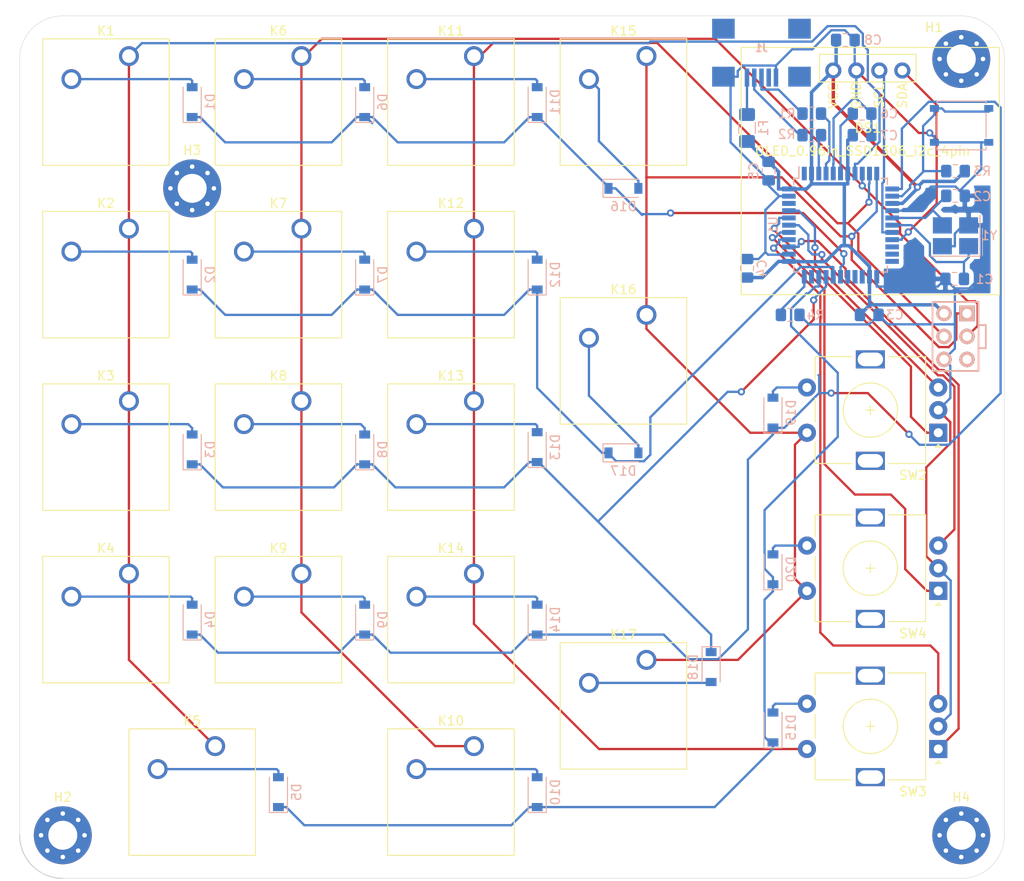
<source format=kicad_pcb>
(kicad_pcb (version 20171130) (host pcbnew "(5.1.4)-1")
  (layers (0 F.Cu signal) (31 B.Cu signal) (34 B.Paste user) (35 F.Paste user) (36 B.SilkS user) (37 F.SilkS user) (38 B.Mask user) (39 F.Mask user) (44 Edge.Cuts user))
  (net 0 "")
  (net 1 GND)
  (net 2 /col0)
  (net 3 VCC)
  (net 4 /SDA)
  (net 5 /SCL)
  (net 6 /encoder_B3)
  (net 7 /encoder_A3)
  (net 8 /encoder_A1)
  (net 9 /encoder_B1)
  (net 10 /encoder_A2)
  (net 11 /encoder_B2)
  (net 12 /encoder_S2B)
  (net 13 /encoder_S1B)
  (net 14 /encoder_S3B)
  (net 15 +5V)
  (net 16 D-)
  (net 17 D+)
  (net 18 "Net-(R1-Pad1)")
  (net 19 "Net-(R2-Pad1)")
  (net 20 "Net-(R4-Pad2)")
  (net 21 "Net-(C1-Pad1)")
  (net 22 "Net-(C2-Pad1)")
  (net 23 "Net-(C6-Pad1)")
  (net 24 /row0)
  (net 25 "Net-(D1-Pad2)")
  (net 26 /row1)
  (net 27 "Net-(D2-Pad2)")
  (net 28 "Net-(D3-Pad2)")
  (net 29 /row2)
  (net 30 /row3)
  (net 31 "Net-(D4-Pad2)")
  (net 32 "Net-(D5-Pad2)")
  (net 33 /row4)
  (net 34 "Net-(D6-Pad2)")
  (net 35 "Net-(D7-Pad2)")
  (net 36 "Net-(D8-Pad2)")
  (net 37 "Net-(D9-Pad2)")
  (net 38 "Net-(D10-Pad2)")
  (net 39 "Net-(D11-Pad2)")
  (net 40 "Net-(D12-Pad2)")
  (net 41 "Net-(D13-Pad2)")
  (net 42 "Net-(D14-Pad2)")
  (net 43 "Net-(D16-Pad2)")
  (net 44 "Net-(D17-Pad2)")
  (net 45 "Net-(D18-Pad2)")
  (net 46 /MISO)
  (net 47 /SCLK)
  (net 48 /MOSI)
  (net 49 /RESET)
  (net 50 "Net-(H1-Pad1)")
  (net 51 "Net-(H2-Pad1)")
  (net 52 "Net-(H3-Pad1)")
  (net 53 "Net-(H4-Pad1)")
  (module Button_Switch_Keyboard:SW_Cherry_MX_1.00u_PCB (layer F.Cu) (at 126.524 117.157)
    (fp_text reference K9 (at -2.54 -2.794) (layer F.SilkS))
    (fp_text value KEYSW)
    (pad "" np_thru_hole circle (at 2.54 5.08) (size 1.7 1.7) (drill 1.7) (layers *.Cu *.Mask))
    (pad "" np_thru_hole circle (at -7.62 5.08) (size 1.7 1.7) (drill 1.7) (layers *.Cu *.Mask))
    (pad "" np_thru_hole circle (at -2.54 5.08) (size 4 4) (drill 4) (layers *.Cu *.Mask))
    (pad 2 thru_hole circle (at -6.35 2.54) (size 2.2 2.2) (drill 1.5) (layers *.Cu *.Mask) (net 37 "Net-(D9-Pad2)"))
    (pad 1 thru_hole circle (at 0 0) (size 2.2 2.2) (drill 1.5) (layers *.Cu *.Mask) (net 47 /SCLK))
  )
  (module Button_Switch_SMD:SW_PUSH_4_5.1x5.1mm (layer B.Cu) (at 196.374 69.5324)
    (fp_text reference SW1)
    (fp_text value SW_Push)
    (pad 1 smd rect (at 0.05 0) (size 1 0.75) (layers B.Cu B.Paste B.Mask) (net 1 GND))
    (pad 2 smd rect (at 6.05 -3.75) (size 1 0.75) (layers B.Cu B.Paste B.Mask) (net 49 /RESET))
    (pad 1 smd rect (at 6.05 0) (size 1 0.75) (layers B.Cu B.Paste B.Mask) (net 1 GND))
    (pad 2 smd rect (at 0.05 -3.75) (size 1 0.75) (layers B.Cu B.Paste B.Mask) (net 49 /RESET))
  )
  (module Button_Switch_Keyboard:SW_Cherry_MX_2.00u_Vertical_Plate (layer F.Cu) (at 164.624 126.682)
    (fp_text reference K17 (at -2.54 -2.794) (layer F.SilkS))
    (fp_text value KEYSW)
    (pad "" np_thru_hole circle (at -2.54 5.08) (size 4 4) (drill 4) (layers *.Cu *.Mask))
    (pad 2 thru_hole circle (at -6.35 2.54) (size 2.2 2.2) (drill 1.5) (layers *.Cu *.Mask) (net 45 "Net-(D18-Pad2)"))
    (pad 1 thru_hole circle (at 0 0) (size 2.2 2.2) (drill 1.5) (layers *.Cu *.Mask) (net 46 /MISO))
  )
  (module Button_Switch_Keyboard:SW_Cherry_MX_2.00u_Vertical_Plate (layer F.Cu) (at 164.624 88.5824)
    (fp_text reference K16 (at -2.54 -2.794) (layer F.SilkS))
    (fp_text value KEYSW)
    (pad "" np_thru_hole circle (at -2.54 5.08) (size 4 4) (drill 4) (layers *.Cu *.Mask))
    (pad 2 thru_hole circle (at -6.35 2.54) (size 2.2 2.2) (drill 1.5) (layers *.Cu *.Mask) (net 44 "Net-(D17-Pad2)"))
    (pad 1 thru_hole circle (at 0 0) (size 2.2 2.2) (drill 1.5) (layers *.Cu *.Mask) (net 46 /MISO))
  )
  (module Button_Switch_Keyboard:SW_Cherry_MX_2.00u_Plate (layer F.Cu) (at 116.998 136.207)
    (fp_text reference K5 (at -2.54 -2.794) (layer F.SilkS))
    (fp_text value KEYSW)
    (pad "" np_thru_hole circle (at -2.54 5.08) (size 4 4) (drill 4) (layers *.Cu *.Mask))
    (pad 2 thru_hole circle (at -6.35 2.54) (size 2.2 2.2) (drill 1.5) (layers *.Cu *.Mask) (net 32 "Net-(D5-Pad2)"))
    (pad 1 thru_hole circle (at 0 0) (size 2.2 2.2) (drill 1.5) (layers *.Cu *.Mask) (net 2 /col0))
  )
  (module Capacitor_SMD:C_0805_2012Metric_Pad1.15x1.40mm_HandSolder (layer B.Cu) (at 188.436 66.3574)
    (fp_text reference C6 (at 2.9845 0.00005) (layer B.SilkS) (effects (justify mirror)))
    (fp_text value 1uF)
    (pad 2 smd roundrect (at 1.025 0) (size 1.15 1.4) (layers B.Cu B.Paste B.Mask) (roundrect_rratio 0.217391) (net 1 GND))
    (pad 1 smd roundrect (at -1.025 0) (size 1.15 1.4) (layers B.Cu B.Paste B.Mask) (roundrect_rratio 0.217391) (net 23 "Net-(C6-Pad1)"))
  )
  (module keyboard_parts:OLED_0.96in_SSD1306_i2c_4pin (layer F.Cu) (at 185.261 61.5949)
    (fp_text reference DS1 (at 3.81 6.35) (layer F.SilkS))
    (fp_text value OLED_0.96in_SSD1306_i2c_4pin (at 3.24 8.89) (layer F.SilkS))
    (fp_text user VCC (at 0 2.794 90) (layer F.SilkS))
    (fp_text user GND (at 2.54 2.794 270) (layer F.SilkS))
    (fp_text user SCL (at 5.08 2.794 270) (layer F.SilkS))
    (fp_text user SDA (at 7.62 2.794 270) (layer F.SilkS))
    (pad 1 thru_hole circle (at 0 0) (size 1.778 1.778) (drill 1.05) (layers *.Cu *.Mask) (net 15 +5V))
    (pad 2 thru_hole circle (at 2.54 0) (size 1.778 1.778) (drill 1.05) (layers *.Cu *.Mask) (net 1 GND))
    (pad 3 thru_hole circle (at 5.08 0) (size 1.778 1.778) (drill 1.05) (layers *.Cu *.Mask) (net 5 /SCL))
    (pad 4 thru_hole circle (at 7.62 0) (size 1.778 1.778) (drill 1.05) (layers *.Cu *.Mask) (net 4 /SDA))
  )
  (module Button_Switch_Keyboard:SW_Cherry_MX_1.00u_PCB (layer F.Cu) (at 107.474 60.0074)
    (fp_text reference K1 (at -2.54 -2.794) (layer F.SilkS))
    (fp_text value KEYSW)
    (pad "" np_thru_hole circle (at 2.54 5.08) (size 1.7 1.7) (drill 1.7) (layers *.Cu *.Mask))
    (pad "" np_thru_hole circle (at -7.62 5.08) (size 1.7 1.7) (drill 1.7) (layers *.Cu *.Mask))
    (pad "" np_thru_hole circle (at -2.54 5.08) (size 4 4) (drill 4) (layers *.Cu *.Mask))
    (pad 2 thru_hole circle (at -6.35 2.54) (size 2.2 2.2) (drill 1.5) (layers *.Cu *.Mask) (net 25 "Net-(D1-Pad2)"))
    (pad 1 thru_hole circle (at 0 0) (size 2.2 2.2) (drill 1.5) (layers *.Cu *.Mask) (net 2 /col0))
  )
  (module Button_Switch_Keyboard:SW_Cherry_MX_1.00u_PCB (layer F.Cu) (at 107.474 79.0574)
    (fp_text reference K2 (at -2.54 -2.794) (layer F.SilkS))
    (fp_text value KEYSW)
    (pad 1 thru_hole circle (at 0 0) (size 2.2 2.2) (drill 1.5) (layers *.Cu *.Mask) (net 2 /col0))
    (pad 2 thru_hole circle (at -6.35 2.54) (size 2.2 2.2) (drill 1.5) (layers *.Cu *.Mask) (net 27 "Net-(D2-Pad2)"))
    (pad "" np_thru_hole circle (at -2.54 5.08) (size 4 4) (drill 4) (layers *.Cu *.Mask))
    (pad "" np_thru_hole circle (at -7.62 5.08) (size 1.7 1.7) (drill 1.7) (layers *.Cu *.Mask))
    (pad "" np_thru_hole circle (at 2.54 5.08) (size 1.7 1.7) (drill 1.7) (layers *.Cu *.Mask))
  )
  (module Button_Switch_Keyboard:SW_Cherry_MX_1.00u_PCB (layer F.Cu) (at 107.474 98.1074)
    (fp_text reference K3 (at -2.54 -2.794) (layer F.SilkS))
    (fp_text value KEYSW)
    (pad "" np_thru_hole circle (at 2.54 5.08) (size 1.7 1.7) (drill 1.7) (layers *.Cu *.Mask))
    (pad "" np_thru_hole circle (at -7.62 5.08) (size 1.7 1.7) (drill 1.7) (layers *.Cu *.Mask))
    (pad "" np_thru_hole circle (at -2.54 5.08) (size 4 4) (drill 4) (layers *.Cu *.Mask))
    (pad 2 thru_hole circle (at -6.35 2.54) (size 2.2 2.2) (drill 1.5) (layers *.Cu *.Mask) (net 28 "Net-(D3-Pad2)"))
    (pad 1 thru_hole circle (at 0 0) (size 2.2 2.2) (drill 1.5) (layers *.Cu *.Mask) (net 2 /col0))
  )
  (module Button_Switch_Keyboard:SW_Cherry_MX_1.00u_PCB (layer F.Cu) (at 107.474 117.157)
    (fp_text reference K4 (at -2.54 -2.794) (layer F.SilkS))
    (fp_text value KEYSW)
    (pad 1 thru_hole circle (at 0 0) (size 2.2 2.2) (drill 1.5) (layers *.Cu *.Mask) (net 2 /col0))
    (pad 2 thru_hole circle (at -6.35 2.54) (size 2.2 2.2) (drill 1.5) (layers *.Cu *.Mask) (net 31 "Net-(D4-Pad2)"))
    (pad "" np_thru_hole circle (at -2.54 5.08) (size 4 4) (drill 4) (layers *.Cu *.Mask))
    (pad "" np_thru_hole circle (at -7.62 5.08) (size 1.7 1.7) (drill 1.7) (layers *.Cu *.Mask))
    (pad "" np_thru_hole circle (at 2.54 5.08) (size 1.7 1.7) (drill 1.7) (layers *.Cu *.Mask))
  )
  (module Button_Switch_Keyboard:SW_Cherry_MX_1.00u_PCB (layer F.Cu) (at 126.524 60.0074)
    (fp_text reference K6 (at -2.54 -2.794) (layer F.SilkS))
    (fp_text value KEYSW)
    (pad 1 thru_hole circle (at 0 0) (size 2.2 2.2) (drill 1.5) (layers *.Cu *.Mask) (net 47 /SCLK))
    (pad 2 thru_hole circle (at -6.35 2.54) (size 2.2 2.2) (drill 1.5) (layers *.Cu *.Mask) (net 34 "Net-(D6-Pad2)"))
    (pad "" np_thru_hole circle (at -2.54 5.08) (size 4 4) (drill 4) (layers *.Cu *.Mask))
    (pad "" np_thru_hole circle (at -7.62 5.08) (size 1.7 1.7) (drill 1.7) (layers *.Cu *.Mask))
    (pad "" np_thru_hole circle (at 2.54 5.08) (size 1.7 1.7) (drill 1.7) (layers *.Cu *.Mask))
  )
  (module Button_Switch_Keyboard:SW_Cherry_MX_1.00u_PCB (layer F.Cu) (at 126.524 79.0574)
    (fp_text reference K7 (at -2.54 -2.794) (layer F.SilkS))
    (fp_text value KEYSW)
    (pad "" np_thru_hole circle (at 2.54 5.08) (size 1.7 1.7) (drill 1.7) (layers *.Cu *.Mask))
    (pad "" np_thru_hole circle (at -7.62 5.08) (size 1.7 1.7) (drill 1.7) (layers *.Cu *.Mask))
    (pad "" np_thru_hole circle (at -2.54 5.08) (size 4 4) (drill 4) (layers *.Cu *.Mask))
    (pad 2 thru_hole circle (at -6.35 2.54) (size 2.2 2.2) (drill 1.5) (layers *.Cu *.Mask) (net 35 "Net-(D7-Pad2)"))
    (pad 1 thru_hole circle (at 0 0) (size 2.2 2.2) (drill 1.5) (layers *.Cu *.Mask) (net 47 /SCLK))
  )
  (module Button_Switch_Keyboard:SW_Cherry_MX_1.00u_PCB (layer F.Cu) (at 126.524 98.1074)
    (fp_text reference K8 (at -2.54 -2.794) (layer F.SilkS))
    (fp_text value KEYSW)
    (pad 1 thru_hole circle (at 0 0) (size 2.2 2.2) (drill 1.5) (layers *.Cu *.Mask) (net 47 /SCLK))
    (pad 2 thru_hole circle (at -6.35 2.54) (size 2.2 2.2) (drill 1.5) (layers *.Cu *.Mask) (net 36 "Net-(D8-Pad2)"))
    (pad "" np_thru_hole circle (at -2.54 5.08) (size 4 4) (drill 4) (layers *.Cu *.Mask))
    (pad "" np_thru_hole circle (at -7.62 5.08) (size 1.7 1.7) (drill 1.7) (layers *.Cu *.Mask))
    (pad "" np_thru_hole circle (at 2.54 5.08) (size 1.7 1.7) (drill 1.7) (layers *.Cu *.Mask))
  )
  (module Button_Switch_Keyboard:SW_Cherry_MX_1.00u_PCB (layer F.Cu) (at 145.574 136.207)
    (fp_text reference K10 (at -2.54 -2.794) (layer F.SilkS))
    (fp_text value KEYSW)
    (pad 1 thru_hole circle (at 0 0) (size 2.2 2.2) (drill 1.5) (layers *.Cu *.Mask) (net 47 /SCLK))
    (pad 2 thru_hole circle (at -6.35 2.54) (size 2.2 2.2) (drill 1.5) (layers *.Cu *.Mask) (net 38 "Net-(D10-Pad2)"))
    (pad "" np_thru_hole circle (at -2.54 5.08) (size 4 4) (drill 4) (layers *.Cu *.Mask))
    (pad "" np_thru_hole circle (at -7.62 5.08) (size 1.7 1.7) (drill 1.7) (layers *.Cu *.Mask))
    (pad "" np_thru_hole circle (at 2.54 5.08) (size 1.7 1.7) (drill 1.7) (layers *.Cu *.Mask))
  )
  (module Button_Switch_Keyboard:SW_Cherry_MX_1.00u_PCB (layer F.Cu) (at 145.574 60.0074)
    (fp_text reference K11 (at -2.54 -2.794) (layer F.SilkS))
    (fp_text value KEYSW)
    (pad "" np_thru_hole circle (at 2.54 5.08) (size 1.7 1.7) (drill 1.7) (layers *.Cu *.Mask))
    (pad "" np_thru_hole circle (at -7.62 5.08) (size 1.7 1.7) (drill 1.7) (layers *.Cu *.Mask))
    (pad "" np_thru_hole circle (at -2.54 5.08) (size 4 4) (drill 4) (layers *.Cu *.Mask))
    (pad 2 thru_hole circle (at -6.35 2.54) (size 2.2 2.2) (drill 1.5) (layers *.Cu *.Mask) (net 39 "Net-(D11-Pad2)"))
    (pad 1 thru_hole circle (at 0 0) (size 2.2 2.2) (drill 1.5) (layers *.Cu *.Mask) (net 48 /MOSI))
  )
  (module Button_Switch_Keyboard:SW_Cherry_MX_1.00u_PCB (layer F.Cu) (at 145.574 79.0574)
    (fp_text reference K12 (at -2.54 -2.794) (layer F.SilkS))
    (fp_text value KEYSW)
    (pad 1 thru_hole circle (at 0 0) (size 2.2 2.2) (drill 1.5) (layers *.Cu *.Mask) (net 48 /MOSI))
    (pad 2 thru_hole circle (at -6.35 2.54) (size 2.2 2.2) (drill 1.5) (layers *.Cu *.Mask) (net 40 "Net-(D12-Pad2)"))
    (pad "" np_thru_hole circle (at -2.54 5.08) (size 4 4) (drill 4) (layers *.Cu *.Mask))
    (pad "" np_thru_hole circle (at -7.62 5.08) (size 1.7 1.7) (drill 1.7) (layers *.Cu *.Mask))
    (pad "" np_thru_hole circle (at 2.54 5.08) (size 1.7 1.7) (drill 1.7) (layers *.Cu *.Mask))
  )
  (module Button_Switch_Keyboard:SW_Cherry_MX_1.00u_PCB (layer F.Cu) (at 145.574 98.1074)
    (fp_text reference K13 (at -2.54 -2.794) (layer F.SilkS))
    (fp_text value KEYSW)
    (pad "" np_thru_hole circle (at 2.54 5.08) (size 1.7 1.7) (drill 1.7) (layers *.Cu *.Mask))
    (pad "" np_thru_hole circle (at -7.62 5.08) (size 1.7 1.7) (drill 1.7) (layers *.Cu *.Mask))
    (pad "" np_thru_hole circle (at -2.54 5.08) (size 4 4) (drill 4) (layers *.Cu *.Mask))
    (pad 2 thru_hole circle (at -6.35 2.54) (size 2.2 2.2) (drill 1.5) (layers *.Cu *.Mask) (net 41 "Net-(D13-Pad2)"))
    (pad 1 thru_hole circle (at 0 0) (size 2.2 2.2) (drill 1.5) (layers *.Cu *.Mask) (net 48 /MOSI))
  )
  (module Button_Switch_Keyboard:SW_Cherry_MX_1.00u_PCB (layer F.Cu) (at 145.574 117.157)
    (fp_text reference K14 (at -2.54 -2.794) (layer F.SilkS))
    (fp_text value KEYSW)
    (pad 1 thru_hole circle (at 0 0) (size 2.2 2.2) (drill 1.5) (layers *.Cu *.Mask) (net 48 /MOSI))
    (pad 2 thru_hole circle (at -6.35 2.54) (size 2.2 2.2) (drill 1.5) (layers *.Cu *.Mask) (net 42 "Net-(D14-Pad2)"))
    (pad "" np_thru_hole circle (at -2.54 5.08) (size 4 4) (drill 4) (layers *.Cu *.Mask))
    (pad "" np_thru_hole circle (at -7.62 5.08) (size 1.7 1.7) (drill 1.7) (layers *.Cu *.Mask))
    (pad "" np_thru_hole circle (at 2.54 5.08) (size 1.7 1.7) (drill 1.7) (layers *.Cu *.Mask))
  )
  (module Button_Switch_Keyboard:SW_Cherry_MX_1.00u_PCB (layer F.Cu) (at 164.624 60.0074)
    (fp_text reference K15 (at -2.54 -2.794) (layer F.SilkS))
    (fp_text value KEYSW)
    (pad 1 thru_hole circle (at 0 0) (size 2.2 2.2) (drill 1.5) (layers *.Cu *.Mask) (net 46 /MISO))
    (pad 2 thru_hole circle (at -6.35 2.54) (size 2.2 2.2) (drill 1.5) (layers *.Cu *.Mask) (net 43 "Net-(D16-Pad2)"))
    (pad "" np_thru_hole circle (at -2.54 5.08) (size 4 4) (drill 4) (layers *.Cu *.Mask))
    (pad "" np_thru_hole circle (at -7.62 5.08) (size 1.7 1.7) (drill 1.7) (layers *.Cu *.Mask))
    (pad "" np_thru_hole circle (at 2.54 5.08) (size 1.7 1.7) (drill 1.7) (layers *.Cu *.Mask))
  )
  (module Rotary_Encoder:RotaryEncoder_Alps_EC11E-Switch_Vertical_H20mm (layer F.Cu) (at 196.85 101.6 180)
    (fp_text reference SW2 (at 2.8 -4.7) (layer F.SilkS))
    (fp_text value Rotary_Encoder_Switch)
    (pad S1 thru_hole circle (at 14.5 5 180) (size 2 2) (drill 1) (layers *.Cu *.Mask) (net 13 /encoder_S1B))
    (pad S2 thru_hole circle (at 14.5 0 180) (size 2 2) (drill 1) (layers *.Cu *.Mask) (net 46 /MISO))
    (pad MP thru_hole rect (at 7.5 8.1 180) (size 3.2 2) (drill oval 2.8 1.5) (layers *.Cu *.Mask))
    (pad MP thru_hole rect (at 7.5 -3.1 180) (size 3.2 2) (drill oval 2.8 1.5) (layers *.Cu *.Mask))
    (pad B thru_hole circle (at 0 5 180) (size 2 2) (drill 1) (layers *.Cu *.Mask) (net 8 /encoder_A1))
    (pad C thru_hole circle (at 0 2.5 180) (size 2 2) (drill 1) (layers *.Cu *.Mask) (net 1 GND))
    (pad A thru_hole rect (at 0 0 180) (size 2 2) (drill 1) (layers *.Cu *.Mask) (net 9 /encoder_B1))
  )
  (module Rotary_Encoder:RotaryEncoder_Alps_EC11E-Switch_Vertical_H20mm (layer F.Cu) (at 196.85 136.525 180)
    (fp_text reference SW3 (at 2.8 -4.7) (layer F.SilkS))
    (fp_text value Rotary_Encoder_Switch)
    (pad A thru_hole rect (at 0 0 180) (size 2 2) (drill 1) (layers *.Cu *.Mask) (net 11 /encoder_B2))
    (pad C thru_hole circle (at 0 2.5 180) (size 2 2) (drill 1) (layers *.Cu *.Mask) (net 1 GND))
    (pad B thru_hole circle (at 0 5 180) (size 2 2) (drill 1) (layers *.Cu *.Mask) (net 10 /encoder_A2))
    (pad MP thru_hole rect (at 7.5 -3.1 180) (size 3.2 2) (drill oval 2.8 1.5) (layers *.Cu *.Mask))
    (pad MP thru_hole rect (at 7.5 8.1 180) (size 3.2 2) (drill oval 2.8 1.5) (layers *.Cu *.Mask))
    (pad S2 thru_hole circle (at 14.5 0 180) (size 2 2) (drill 1) (layers *.Cu *.Mask) (net 48 /MOSI))
    (pad S1 thru_hole circle (at 14.5 5 180) (size 2 2) (drill 1) (layers *.Cu *.Mask) (net 12 /encoder_S2B))
  )
  (module Rotary_Encoder:RotaryEncoder_Alps_EC11E-Switch_Vertical_H20mm (layer F.Cu) (at 196.85 119.062 180)
    (fp_text reference SW4 (at 2.8 -4.7) (layer F.SilkS))
    (fp_text value Rotary_Encoder_Switch)
    (pad S1 thru_hole circle (at 14.5 5 180) (size 2 2) (drill 1) (layers *.Cu *.Mask) (net 14 /encoder_S3B))
    (pad S2 thru_hole circle (at 14.5 0 180) (size 2 2) (drill 1) (layers *.Cu *.Mask) (net 46 /MISO))
    (pad MP thru_hole rect (at 7.5 8.1 180) (size 3.2 2) (drill oval 2.8 1.5) (layers *.Cu *.Mask))
    (pad MP thru_hole rect (at 7.5 -3.1 180) (size 3.2 2) (drill oval 2.8 1.5) (layers *.Cu *.Mask))
    (pad B thru_hole circle (at 0 5 180) (size 2 2) (drill 1) (layers *.Cu *.Mask) (net 7 /encoder_A3))
    (pad C thru_hole circle (at 0 2.5 180) (size 2 2) (drill 1) (layers *.Cu *.Mask) (net 1 GND))
    (pad A thru_hole rect (at 0 0 180) (size 2 2) (drill 1) (layers *.Cu *.Mask) (net 6 /encoder_B3))
  )
  (module Capacitor_SMD:C_0805_2012Metric_Pad1.15x1.40mm_HandSolder (layer B.Cu) (at 189.23 88.5824)
    (fp_text reference C3 (at 2.8255 0.00005 180) (layer B.SilkS) (effects (justify mirror)))
    (fp_text value 0.1uF)
    (pad 2 smd roundrect (at 1.025 0) (size 1.15 1.4) (layers B.Cu B.Paste B.Mask) (roundrect_rratio 0.217391) (net 1 GND))
    (pad 1 smd roundrect (at -1.025 0) (size 1.15 1.4) (layers B.Cu B.Paste B.Mask) (roundrect_rratio 0.217391) (net 15 +5V))
  )
  (module Capacitor_SMD:C_0805_2012Metric_Pad1.15x1.40mm_HandSolder (layer B.Cu) (at 175.736 83.439 90)
    (fp_text reference C4 (at 0 1.65 90) (layer B.SilkS) (effects (justify mirror)))
    (fp_text value 0.1uF)
    (pad 2 smd roundrect (at 1.025 0 90) (size 1.15 1.4) (layers B.Cu B.Paste B.Mask) (roundrect_rratio 0.217391) (net 1 GND))
    (pad 1 smd roundrect (at -1.025 0 90) (size 1.15 1.4) (layers B.Cu B.Paste B.Mask) (roundrect_rratio 0.217391) (net 15 +5V))
  )
  (module Capacitor_SMD:C_0805_2012Metric_Pad1.15x1.40mm_HandSolder (layer B.Cu) (at 178.117 72.7074 270)
    (fp_text reference C5 (at 0 1.65 90) (layer B.SilkS) (effects (justify mirror)))
    (fp_text value 0.1uF)
    (pad 1 smd roundrect (at -1.025 0 270) (size 1.15 1.4) (layers B.Cu B.Paste B.Mask) (roundrect_rratio 0.217391) (net 15 +5V))
    (pad 2 smd roundrect (at 1.025 0 270) (size 1.15 1.4) (layers B.Cu B.Paste B.Mask) (roundrect_rratio 0.217391) (net 1 GND))
  )
  (module Capacitor_SMD:C_0805_2012Metric_Pad1.15x1.40mm_HandSolder (layer B.Cu) (at 198.66 84.6137 180)
    (fp_text reference C1 (at -3.3015 -0.03175 180) (layer B.SilkS) (effects (justify mirror)))
    (fp_text value 22pF)
    (pad 2 smd roundrect (at 1.025 0 180) (size 1.15 1.4) (layers B.Cu B.Paste B.Mask) (roundrect_rratio 0.217391) (net 1 GND))
    (pad 1 smd roundrect (at -1.025 0 180) (size 1.15 1.4) (layers B.Cu B.Paste B.Mask) (roundrect_rratio 0.217391) (net 21 "Net-(C1-Pad1)"))
  )
  (module Capacitor_SMD:C_0805_2012Metric_Pad1.15x1.40mm_HandSolder (layer B.Cu) (at 198.755 75.4381)
    (fp_text reference C2 (at 2.9525 0.06335 180) (layer B.SilkS) (effects (justify mirror)))
    (fp_text value 22pF)
    (pad 1 smd roundrect (at -1.025 0) (size 1.15 1.4) (layers B.Cu B.Paste B.Mask) (roundrect_rratio 0.217391) (net 22 "Net-(C2-Pad1)"))
    (pad 2 smd roundrect (at 1.025 0) (size 1.15 1.4) (layers B.Cu B.Paste B.Mask) (roundrect_rratio 0.217391) (net 1 GND))
  )
  (module Capacitor_SMD:C_0805_2012Metric_Pad1.15x1.40mm_HandSolder (layer B.Cu) (at 188.436 68.7387)
    (fp_text reference C7 (at 2.9845 0.03175 180) (layer B.SilkS) (effects (justify mirror)))
    (fp_text value 0.1uF)
    (pad 1 smd roundrect (at -1.025 0) (size 1.15 1.4) (layers B.Cu B.Paste B.Mask) (roundrect_rratio 0.217391) (net 15 +5V))
    (pad 2 smd roundrect (at 1.025 0) (size 1.15 1.4) (layers B.Cu B.Paste B.Mask) (roundrect_rratio 0.217391) (net 1 GND))
  )
  (module Capacitor_SMD:C_0805_2012Metric_Pad1.15x1.40mm_HandSolder (layer B.Cu) (at 186.594 58.2294)
    (fp_text reference C8 (at 3.0485 0.00005) (layer B.SilkS) (effects (justify mirror)))
    (fp_text value 10uF)
    (pad 2 smd roundrect (at 1.025 0) (size 1.15 1.4) (layers B.Cu B.Paste B.Mask) (roundrect_rratio 0.217391) (net 1 GND))
    (pad 1 smd roundrect (at -1.025 0) (size 1.15 1.4) (layers B.Cu B.Paste B.Mask) (roundrect_rratio 0.217391) (net 15 +5V))
  )
  (module Fuse:Fuse_1206_3216Metric_Pad1.42x1.75mm_HandSolder (layer B.Cu) (at 175.736 67.9449 90)
    (fp_text reference F1 (at 0 1.82 90) (layer B.SilkS) (effects (justify mirror)))
    (fp_text value "500 mA")
    (pad 1 smd roundrect (at -1.4875 0 90) (size 1.425 1.75) (layers B.Cu B.Paste B.Mask) (roundrect_rratio 0.175439) (net 15 +5V))
    (pad 2 smd roundrect (at 1.4875 0 90) (size 1.425 1.75) (layers B.Cu B.Paste B.Mask) (roundrect_rratio 0.175) (net 3 VCC))
  )
  (module Resistor_SMD:R_0805_2012Metric_Pad1.15x1.40mm_HandSolder (layer B.Cu) (at 182.88 66.3574 180)
    (fp_text reference R1 (at 2.7625 -0.00005) (layer B.SilkS) (effects (justify mirror)))
    (fp_text value 22)
    (pad 1 smd roundrect (at -1.025 0 180) (size 1.15 1.4) (layers B.Cu B.Paste B.Mask) (roundrect_rratio 0.217391) (net 18 "Net-(R1-Pad1)"))
    (pad 2 smd roundrect (at 1.025 0 180) (size 1.15 1.4) (layers B.Cu B.Paste B.Mask) (roundrect_rratio 0.217) (net 17 D+))
  )
  (module Resistor_SMD:R_0805_2012Metric_Pad1.15x1.40mm_HandSolder (layer B.Cu) (at 182.88 68.7387 180)
    (fp_text reference R2 (at 2.7625 0.09525) (layer B.SilkS) (effects (justify mirror)))
    (fp_text value 22)
    (pad 2 smd roundrect (at 1.025 0 180) (size 1.15 1.4) (layers B.Cu B.Paste B.Mask) (roundrect_rratio 0.217) (net 16 D-))
    (pad 1 smd roundrect (at -1.025 0 180) (size 1.15 1.4) (layers B.Cu B.Paste B.Mask) (roundrect_rratio 0.217391) (net 19 "Net-(R2-Pad1)"))
  )
  (module Resistor_SMD:R_0805_2012Metric_Pad1.15x1.40mm_HandSolder (layer B.Cu) (at 198.755 72.7074 180)
    (fp_text reference R3 (at -2.9525 -0.00005) (layer B.SilkS) (effects (justify mirror)))
    (fp_text value 10k)
    (pad 1 smd roundrect (at -1.025 0 180) (size 1.15 1.4) (layers B.Cu B.Paste B.Mask) (roundrect_rratio 0.217391) (net 15 +5V))
    (pad 2 smd roundrect (at 1.025 0 180) (size 1.15 1.4) (layers B.Cu B.Paste B.Mask) (roundrect_rratio 0.217391) (net 49 /RESET))
  )
  (module Resistor_SMD:R_0805_2012Metric_Pad1.15x1.40mm_HandSolder (layer B.Cu) (at 180.498 88.5824 180)
    (fp_text reference R4 (at -2.7945 -0.00005) (layer B.SilkS) (effects (justify mirror)))
    (fp_text value 10k)
    (pad 2 smd roundrect (at 1.025 0 180) (size 1.15 1.4) (layers B.Cu B.Paste B.Mask) (roundrect_rratio 0.217391) (net 20 "Net-(R4-Pad2)"))
    (pad 1 smd roundrect (at -1.025 0 180) (size 1.15 1.4) (layers B.Cu B.Paste B.Mask) (roundrect_rratio 0.217391) (net 1 GND))
  )
  (module Package_QFP:TQFP-44_10x10mm_P0.8mm (layer B.Cu) (at 186.055 78.6765 270)
    (fp_text reference U1 (at 0 7.45 90) (layer B.SilkS) (effects (justify mirror)))
    (fp_text value ATmega32U4-AU)
    (pad 1 smd rect (at -5.7 4 270) (size 1.5 0.55) (layers B.Cu B.Paste B.Mask))
    (pad 2 smd rect (at -5.7 3.2 270) (size 1.5 0.55) (layers B.Cu B.Paste B.Mask) (net 15 +5V))
    (pad 3 smd rect (at -5.7 2.4 270) (size 1.5 0.55) (layers B.Cu B.Paste B.Mask) (net 19 "Net-(R2-Pad1)"))
    (pad 4 smd rect (at -5.7 1.6 270) (size 1.5 0.55) (layers B.Cu B.Paste B.Mask) (net 18 "Net-(R1-Pad1)"))
    (pad 5 smd rect (at -5.7 0.8 270) (size 1.5 0.55) (layers B.Cu B.Paste B.Mask) (net 1 GND))
    (pad 6 smd rect (at -5.7 0 270) (size 1.5 0.55) (layers B.Cu B.Paste B.Mask) (net 23 "Net-(C6-Pad1)"))
    (pad 7 smd rect (at -5.7 -0.8 270) (size 1.5 0.55) (layers B.Cu B.Paste B.Mask) (net 15 +5V))
    (pad 8 smd rect (at -5.7 -1.6 270) (size 1.5 0.55) (layers B.Cu B.Paste B.Mask) (net 2 /col0))
    (pad 9 smd rect (at -5.7 -2.4 270) (size 1.5 0.55) (layers B.Cu B.Paste B.Mask) (net 47 /SCLK))
    (pad 10 smd rect (at -5.7 -3.2 270) (size 1.5 0.55) (layers B.Cu B.Paste B.Mask) (net 48 /MOSI))
    (pad 11 smd rect (at -5.7 -4 270) (size 1.5 0.55) (layers B.Cu B.Paste B.Mask) (net 46 /MISO))
    (pad 12 smd rect (at -4 -5.7 180) (size 1.5 0.55) (layers B.Cu B.Paste B.Mask) (net 30 /row3))
    (pad 13 smd rect (at -3.2 -5.7 180) (size 1.5 0.55) (layers B.Cu B.Paste B.Mask) (net 49 /RESET))
    (pad 14 smd rect (at -2.4 -5.7 180) (size 1.5 0.55) (layers B.Cu B.Paste B.Mask) (net 15 +5V))
    (pad 15 smd rect (at -1.6 -5.7 180) (size 1.5 0.55) (layers B.Cu B.Paste B.Mask) (net 1 GND))
    (pad 16 smd rect (at -0.8 -5.7 180) (size 1.5 0.55) (layers B.Cu B.Paste B.Mask) (net 22 "Net-(C2-Pad1)"))
    (pad 17 smd rect (at 0 -5.7 180) (size 1.5 0.55) (layers B.Cu B.Paste B.Mask) (net 21 "Net-(C1-Pad1)"))
    (pad 18 smd rect (at 0.8 -5.7 180) (size 1.5 0.55) (layers B.Cu B.Paste B.Mask) (net 5 /SCL))
    (pad 19 smd rect (at 1.6 -5.7 180) (size 1.5 0.55) (layers B.Cu B.Paste B.Mask) (net 4 /SDA))
    (pad 20 smd rect (at 2.4 -5.7 180) (size 1.5 0.55) (layers B.Cu B.Paste B.Mask))
    (pad 21 smd rect (at 3.2 -5.7 180) (size 1.5 0.55) (layers B.Cu B.Paste B.Mask))
    (pad 22 smd rect (at 4 -5.7 180) (size 1.5 0.55) (layers B.Cu B.Paste B.Mask))
    (pad 23 smd rect (at 5.7 -4 270) (size 1.5 0.55) (layers B.Cu B.Paste B.Mask) (net 1 GND))
    (pad 24 smd rect (at 5.7 -3.2 270) (size 1.5 0.55) (layers B.Cu B.Paste B.Mask) (net 15 +5V))
    (pad 25 smd rect (at 5.7 -2.4 270) (size 1.5 0.55) (layers B.Cu B.Paste B.Mask))
    (pad 26 smd rect (at 5.7 -1.6 270) (size 1.5 0.55) (layers B.Cu B.Paste B.Mask))
    (pad 27 smd rect (at 5.7 -0.8 270) (size 1.5 0.55) (layers B.Cu B.Paste B.Mask))
    (pad 28 smd rect (at 5.7 0 270) (size 1.5 0.55) (layers B.Cu B.Paste B.Mask) (net 24 /row0))
    (pad 29 smd rect (at 5.7 0.8 270) (size 1.5 0.55) (layers B.Cu B.Paste B.Mask) (net 26 /row1))
    (pad 30 smd rect (at 5.7 1.6 270) (size 1.5 0.55) (layers B.Cu B.Paste B.Mask) (net 29 /row2))
    (pad 31 smd rect (at 5.7 2.4 270) (size 1.5 0.55) (layers B.Cu B.Paste B.Mask) (net 33 /row4))
    (pad 32 smd rect (at 5.7 3.2 270) (size 1.5 0.55) (layers B.Cu B.Paste B.Mask))
    (pad 33 smd rect (at 5.7 4 270) (size 1.5 0.55) (layers B.Cu B.Paste B.Mask) (net 20 "Net-(R4-Pad2)"))
    (pad 34 smd rect (at 4 5.7 180) (size 1.5 0.55) (layers B.Cu B.Paste B.Mask) (net 15 +5V))
    (pad 35 smd rect (at 3.2 5.7 180) (size 1.5 0.55) (layers B.Cu B.Paste B.Mask) (net 1 GND))
    (pad 36 smd rect (at 2.4 5.7 180) (size 1.5 0.55) (layers B.Cu B.Paste B.Mask) (net 11 /encoder_B2))
    (pad 37 smd rect (at 1.6 5.7 180) (size 1.5 0.55) (layers B.Cu B.Paste B.Mask) (net 10 /encoder_A2))
    (pad 38 smd rect (at 0.8 5.7 180) (size 1.5 0.55) (layers B.Cu B.Paste B.Mask) (net 6 /encoder_B3))
    (pad 39 smd rect (at 0 5.7 180) (size 1.5 0.55) (layers B.Cu B.Paste B.Mask) (net 7 /encoder_A3))
    (pad 40 smd rect (at -0.8 5.7 180) (size 1.5 0.55) (layers B.Cu B.Paste B.Mask) (net 9 /encoder_B1))
    (pad 41 smd rect (at -1.6 5.7 180) (size 1.5 0.55) (layers B.Cu B.Paste B.Mask) (net 8 /encoder_A1))
    (pad 42 smd rect (at -2.4 5.7 180) (size 1.5 0.55) (layers B.Cu B.Paste B.Mask))
    (pad 43 smd rect (at -3.2 5.7 180) (size 1.5 0.55) (layers B.Cu B.Paste B.Mask) (net 1 GND))
    (pad 44 smd rect (at -4 5.7 180) (size 1.5 0.55) (layers B.Cu B.Paste B.Mask) (net 15 +5V))
  )
  (module Crystal:Crystal_SMD_3225-4Pin_3.2x2.5mm_HandSoldering (layer B.Cu) (at 198.755 79.8512 180)
    (fp_text reference Y1 (at -3.7145 0.03175 180) (layer B.SilkS) (effects (justify mirror)))
    (fp_text value 16MHz)
    (pad 1 smd rect (at -1.45 -1.15 180) (size 2.1 1.8) (layers B.Cu B.Paste B.Mask) (net 21 "Net-(C1-Pad1)"))
    (pad 2 smd rect (at 1.45 -1.15 180) (size 2.1 1.8) (layers B.Cu B.Paste B.Mask) (net 1 GND))
    (pad 3 smd rect (at 1.45 1.15 180) (size 2.1 1.8) (layers B.Cu B.Paste B.Mask) (net 22 "Net-(C2-Pad1)"))
    (pad 4 smd rect (at -1.45 1.15 180) (size 2.1 1.8) (layers B.Cu B.Paste B.Mask) (net 1 GND))
  )
  (module MountingHole:MountingHole_3.2mm_M3_Pad_Via (layer F.Cu) (at 199.39 60.3249)
    (fp_text reference H1 (at -3.0165 -3.49245) (layer F.SilkS))
    (fp_text value MountingHole_Pad)
    (pad 1 thru_hole circle (at 1.697056 -1.697056) (size 0.8 0.8) (drill 0.5) (layers *.Cu *.Mask) (net 50 "Net-(H1-Pad1)"))
    (pad 1 thru_hole circle (at 0 -2.4) (size 0.8 0.8) (drill 0.5) (layers *.Cu *.Mask) (net 50 "Net-(H1-Pad1)"))
    (pad 1 thru_hole circle (at -1.697056 -1.697056) (size 0.8 0.8) (drill 0.5) (layers *.Cu *.Mask) (net 50 "Net-(H1-Pad1)"))
    (pad 1 thru_hole circle (at -2.4 0) (size 0.8 0.8) (drill 0.5) (layers *.Cu *.Mask) (net 50 "Net-(H1-Pad1)"))
    (pad 1 thru_hole circle (at -1.697056 1.697056) (size 0.8 0.8) (drill 0.5) (layers *.Cu *.Mask) (net 50 "Net-(H1-Pad1)"))
    (pad 1 thru_hole circle (at 0 2.4) (size 0.8 0.8) (drill 0.5) (layers *.Cu *.Mask) (net 50 "Net-(H1-Pad1)"))
    (pad 1 thru_hole circle (at 1.697056 1.697056) (size 0.8 0.8) (drill 0.5) (layers *.Cu *.Mask) (net 50 "Net-(H1-Pad1)"))
    (pad 1 thru_hole circle (at 2.4 0) (size 0.8 0.8) (drill 0.5) (layers *.Cu *.Mask) (net 50 "Net-(H1-Pad1)"))
    (pad 1 thru_hole circle (at 0 0) (size 6.4 6.4) (drill 3.2) (layers *.Cu *.Mask) (net 50 "Net-(H1-Pad1)"))
  )
  (module MountingHole:MountingHole_3.2mm_M3_Pad_Via (layer F.Cu) (at 100.171 146.05)
    (fp_text reference H2 (at 0 -4.2) (layer F.SilkS))
    (fp_text value MountingHole_Pad)
    (pad 1 thru_hole circle (at 0 0) (size 6.4 6.4) (drill 3.2) (layers *.Cu *.Mask) (net 51 "Net-(H2-Pad1)"))
    (pad 1 thru_hole circle (at 2.4 0) (size 0.8 0.8) (drill 0.5) (layers *.Cu *.Mask) (net 51 "Net-(H2-Pad1)"))
    (pad 1 thru_hole circle (at 1.697056 1.697056) (size 0.8 0.8) (drill 0.5) (layers *.Cu *.Mask) (net 51 "Net-(H2-Pad1)"))
    (pad 1 thru_hole circle (at 0 2.4) (size 0.8 0.8) (drill 0.5) (layers *.Cu *.Mask) (net 51 "Net-(H2-Pad1)"))
    (pad 1 thru_hole circle (at -1.697056 1.697056) (size 0.8 0.8) (drill 0.5) (layers *.Cu *.Mask) (net 51 "Net-(H2-Pad1)"))
    (pad 1 thru_hole circle (at -2.4 0) (size 0.8 0.8) (drill 0.5) (layers *.Cu *.Mask) (net 51 "Net-(H2-Pad1)"))
    (pad 1 thru_hole circle (at -1.697056 -1.697056) (size 0.8 0.8) (drill 0.5) (layers *.Cu *.Mask) (net 51 "Net-(H2-Pad1)"))
    (pad 1 thru_hole circle (at 0 -2.4) (size 0.8 0.8) (drill 0.5) (layers *.Cu *.Mask) (net 51 "Net-(H2-Pad1)"))
    (pad 1 thru_hole circle (at 1.697056 -1.697056) (size 0.8 0.8) (drill 0.5) (layers *.Cu *.Mask) (net 51 "Net-(H2-Pad1)"))
  )
  (module MountingHole:MountingHole_3.2mm_M3_Pad_Via (layer F.Cu) (at 114.458 74.6124)
    (fp_text reference H3 (at 0 -4.2) (layer F.SilkS))
    (fp_text value MountingHole_Pad)
    (pad 1 thru_hole circle (at 0 0) (size 6.4 6.4) (drill 3.2) (layers *.Cu *.Mask) (net 52 "Net-(H3-Pad1)"))
    (pad 1 thru_hole circle (at 2.4 0) (size 0.8 0.8) (drill 0.5) (layers *.Cu *.Mask) (net 52 "Net-(H3-Pad1)"))
    (pad 1 thru_hole circle (at 1.697056 1.697056) (size 0.8 0.8) (drill 0.5) (layers *.Cu *.Mask) (net 52 "Net-(H3-Pad1)"))
    (pad 1 thru_hole circle (at 0 2.4) (size 0.8 0.8) (drill 0.5) (layers *.Cu *.Mask) (net 52 "Net-(H3-Pad1)"))
    (pad 1 thru_hole circle (at -1.697056 1.697056) (size 0.8 0.8) (drill 0.5) (layers *.Cu *.Mask) (net 52 "Net-(H3-Pad1)"))
    (pad 1 thru_hole circle (at -2.4 0) (size 0.8 0.8) (drill 0.5) (layers *.Cu *.Mask) (net 52 "Net-(H3-Pad1)"))
    (pad 1 thru_hole circle (at -1.697056 -1.697056) (size 0.8 0.8) (drill 0.5) (layers *.Cu *.Mask) (net 52 "Net-(H3-Pad1)"))
    (pad 1 thru_hole circle (at 0 -2.4) (size 0.8 0.8) (drill 0.5) (layers *.Cu *.Mask) (net 52 "Net-(H3-Pad1)"))
    (pad 1 thru_hole circle (at 1.697056 -1.697056) (size 0.8 0.8) (drill 0.5) (layers *.Cu *.Mask) (net 52 "Net-(H3-Pad1)"))
  )
  (module MountingHole:MountingHole_3.2mm_M3_Pad_Via (layer F.Cu) (at 199.39 146.05)
    (fp_text reference H4 (at 0 -4.2) (layer F.SilkS))
    (fp_text value MountingHole_Pad)
    (pad 1 thru_hole circle (at 1.697056 -1.697056) (size 0.8 0.8) (drill 0.5) (layers *.Cu *.Mask) (net 53 "Net-(H4-Pad1)"))
    (pad 1 thru_hole circle (at 0 -2.4) (size 0.8 0.8) (drill 0.5) (layers *.Cu *.Mask) (net 53 "Net-(H4-Pad1)"))
    (pad 1 thru_hole circle (at -1.697056 -1.697056) (size 0.8 0.8) (drill 0.5) (layers *.Cu *.Mask) (net 53 "Net-(H4-Pad1)"))
    (pad 1 thru_hole circle (at -2.4 0) (size 0.8 0.8) (drill 0.5) (layers *.Cu *.Mask) (net 53 "Net-(H4-Pad1)"))
    (pad 1 thru_hole circle (at -1.697056 1.697056) (size 0.8 0.8) (drill 0.5) (layers *.Cu *.Mask) (net 53 "Net-(H4-Pad1)"))
    (pad 1 thru_hole circle (at 0 2.4) (size 0.8 0.8) (drill 0.5) (layers *.Cu *.Mask) (net 53 "Net-(H4-Pad1)"))
    (pad 1 thru_hole circle (at 1.697056 1.697056) (size 0.8 0.8) (drill 0.5) (layers *.Cu *.Mask) (net 53 "Net-(H4-Pad1)"))
    (pad 1 thru_hole circle (at 2.4 0) (size 0.8 0.8) (drill 0.5) (layers *.Cu *.Mask) (net 53 "Net-(H4-Pad1)"))
    (pad 1 thru_hole circle (at 0 0) (size 6.4 6.4) (drill 3.2) (layers *.Cu *.Mask) (net 53 "Net-(H4-Pad1)"))
  )
  (module Diode_SMD:D_SOD-123 (layer B.Cu) (at 114.458 65.0874 90)
    (fp_text reference D1 (at 0 2 90) (layer B.SilkS) (effects (justify mirror)))
    (fp_text value D)
    (pad 1 smd rect (at -1.65 0 90) (size 0.9 1.2) (layers B.Cu B.Paste B.Mask) (net 24 /row0))
    (pad 2 smd rect (at 1.65 0 90) (size 0.9 1.2) (layers B.Cu B.Paste B.Mask) (net 25 "Net-(D1-Pad2)"))
  )
  (module Diode_SMD:D_SOD-123 (layer B.Cu) (at 114.458 84.1374 90)
    (fp_text reference D2 (at 0 2 90) (layer B.SilkS) (effects (justify mirror)))
    (fp_text value D)
    (pad 1 smd rect (at -1.65 0 90) (size 0.9 1.2) (layers B.Cu B.Paste B.Mask) (net 26 /row1))
    (pad 2 smd rect (at 1.65 0 90) (size 0.9 1.2) (layers B.Cu B.Paste B.Mask) (net 27 "Net-(D2-Pad2)"))
  )
  (module Diode_SMD:D_SOD-123 (layer B.Cu) (at 114.458 103.442 90)
    (fp_text reference D3 (at 0 2 90) (layer B.SilkS) (effects (justify mirror)))
    (fp_text value D)
    (pad 2 smd rect (at 1.65 0 90) (size 0.9 1.2) (layers B.Cu B.Paste B.Mask) (net 28 "Net-(D3-Pad2)"))
    (pad 1 smd rect (at -1.65 0 90) (size 0.9 1.2) (layers B.Cu B.Paste B.Mask) (net 29 /row2))
  )
  (module Diode_SMD:D_SOD-123 (layer B.Cu) (at 114.458 122.237 90)
    (fp_text reference D4 (at 0 2 90) (layer B.SilkS) (effects (justify mirror)))
    (fp_text value D)
    (pad 1 smd rect (at -1.65 0 90) (size 0.9 1.2) (layers B.Cu B.Paste B.Mask) (net 30 /row3))
    (pad 2 smd rect (at 1.65 0 90) (size 0.9 1.2) (layers B.Cu B.Paste B.Mask) (net 31 "Net-(D4-Pad2)"))
  )
  (module Diode_SMD:D_SOD-123 (layer B.Cu) (at 123.984 141.287 90)
    (fp_text reference D5 (at 0 2 90) (layer B.SilkS) (effects (justify mirror)))
    (fp_text value D)
    (pad 2 smd rect (at 1.65 0 90) (size 0.9 1.2) (layers B.Cu B.Paste B.Mask) (net 32 "Net-(D5-Pad2)"))
    (pad 1 smd rect (at -1.65 0 90) (size 0.9 1.2) (layers B.Cu B.Paste B.Mask) (net 33 /row4))
  )
  (module Diode_SMD:D_SOD-123 (layer B.Cu) (at 133.508 65.0874 90)
    (fp_text reference D6 (at 0 2 90) (layer B.SilkS) (effects (justify mirror)))
    (fp_text value D)
    (pad 2 smd rect (at 1.65 0 90) (size 0.9 1.2) (layers B.Cu B.Paste B.Mask) (net 34 "Net-(D6-Pad2)"))
    (pad 1 smd rect (at -1.65 0 90) (size 0.9 1.2) (layers B.Cu B.Paste B.Mask) (net 24 /row0))
  )
  (module Diode_SMD:D_SOD-123 (layer B.Cu) (at 133.508 84.1374 90)
    (fp_text reference D7 (at 0 2 90) (layer B.SilkS) (effects (justify mirror)))
    (fp_text value D)
    (pad 2 smd rect (at 1.65 0 90) (size 0.9 1.2) (layers B.Cu B.Paste B.Mask) (net 35 "Net-(D7-Pad2)"))
    (pad 1 smd rect (at -1.65 0 90) (size 0.9 1.2) (layers B.Cu B.Paste B.Mask) (net 26 /row1))
  )
  (module Diode_SMD:D_SOD-123 (layer B.Cu) (at 133.508 103.442 90)
    (fp_text reference D8 (at 0 2 90) (layer B.SilkS) (effects (justify mirror)))
    (fp_text value D)
    (pad 1 smd rect (at -1.65 0 90) (size 0.9 1.2) (layers B.Cu B.Paste B.Mask) (net 29 /row2))
    (pad 2 smd rect (at 1.65 0 90) (size 0.9 1.2) (layers B.Cu B.Paste B.Mask) (net 36 "Net-(D8-Pad2)"))
  )
  (module Diode_SMD:D_SOD-123 (layer B.Cu) (at 133.508 122.237 90)
    (fp_text reference D9 (at 0 2 90) (layer B.SilkS) (effects (justify mirror)))
    (fp_text value D)
    (pad 2 smd rect (at 1.65 0 90) (size 0.9 1.2) (layers B.Cu B.Paste B.Mask) (net 37 "Net-(D9-Pad2)"))
    (pad 1 smd rect (at -1.65 0 90) (size 0.9 1.2) (layers B.Cu B.Paste B.Mask) (net 30 /row3))
  )
  (module Diode_SMD:D_SOD-123 (layer B.Cu) (at 152.558 141.287 90)
    (fp_text reference D10 (at 0 2 90) (layer B.SilkS) (effects (justify mirror)))
    (fp_text value D)
    (pad 2 smd rect (at 1.65 0 90) (size 0.9 1.2) (layers B.Cu B.Paste B.Mask) (net 38 "Net-(D10-Pad2)"))
    (pad 1 smd rect (at -1.65 0 90) (size 0.9 1.2) (layers B.Cu B.Paste B.Mask) (net 33 /row4))
  )
  (module Diode_SMD:D_SOD-123 (layer B.Cu) (at 152.558 65.0874 90)
    (fp_text reference D11 (at 0 2 90) (layer B.SilkS) (effects (justify mirror)))
    (fp_text value D)
    (pad 1 smd rect (at -1.65 0 90) (size 0.9 1.2) (layers B.Cu B.Paste B.Mask) (net 24 /row0))
    (pad 2 smd rect (at 1.65 0 90) (size 0.9 1.2) (layers B.Cu B.Paste B.Mask) (net 39 "Net-(D11-Pad2)"))
  )
  (module Diode_SMD:D_SOD-123 (layer B.Cu) (at 152.558 84.1374 90)
    (fp_text reference D12 (at 0 2 90) (layer B.SilkS) (effects (justify mirror)))
    (fp_text value D)
    (pad 1 smd rect (at -1.65 0 90) (size 0.9 1.2) (layers B.Cu B.Paste B.Mask) (net 26 /row1))
    (pad 2 smd rect (at 1.65 0 90) (size 0.9 1.2) (layers B.Cu B.Paste B.Mask) (net 40 "Net-(D12-Pad2)"))
  )
  (module Diode_SMD:D_SOD-123 (layer B.Cu) (at 152.558 103.187 90)
    (fp_text reference D13 (at 0 2 90) (layer B.SilkS) (effects (justify mirror)))
    (fp_text value D)
    (pad 1 smd rect (at -1.65 0 90) (size 0.9 1.2) (layers B.Cu B.Paste B.Mask) (net 29 /row2))
    (pad 2 smd rect (at 1.65 0 90) (size 0.9 1.2) (layers B.Cu B.Paste B.Mask) (net 41 "Net-(D13-Pad2)"))
  )
  (module Diode_SMD:D_SOD-123 (layer B.Cu) (at 152.558 122.237 90)
    (fp_text reference D14 (at 0 2 90) (layer B.SilkS) (effects (justify mirror)))
    (fp_text value D)
    (pad 1 smd rect (at -1.65 0 90) (size 0.9 1.2) (layers B.Cu B.Paste B.Mask) (net 30 /row3))
    (pad 2 smd rect (at 1.65 0 90) (size 0.9 1.2) (layers B.Cu B.Paste B.Mask) (net 42 "Net-(D14-Pad2)"))
  )
  (module Diode_SMD:D_SOD-123 (layer B.Cu) (at 178.594 134.144 90)
    (fp_text reference D15 (at 0 2 90) (layer B.SilkS) (effects (justify mirror)))
    (fp_text value D)
    (pad 1 smd rect (at -1.65 0 90) (size 0.9 1.2) (layers B.Cu B.Paste B.Mask) (net 33 /row4))
    (pad 2 smd rect (at 1.65 0 90) (size 0.9 1.2) (layers B.Cu B.Paste B.Mask) (net 12 /encoder_S2B))
  )
  (module Diode_SMD:D_SOD-123 (layer B.Cu) (at 162.084 74.6124)
    (fp_text reference D16 (at 0 2) (layer B.SilkS) (effects (justify mirror)))
    (fp_text value D)
    (pad 2 smd rect (at 1.65 0) (size 0.9 1.2) (layers B.Cu B.Paste B.Mask) (net 43 "Net-(D16-Pad2)"))
    (pad 1 smd rect (at -1.65 0) (size 0.9 1.2) (layers B.Cu B.Paste B.Mask) (net 24 /row0))
  )
  (module Diode_SMD:D_SOD-123 (layer B.Cu) (at 162.084 103.822)
    (fp_text reference D17 (at 0 2) (layer B.SilkS) (effects (justify mirror)))
    (fp_text value D)
    (pad 2 smd rect (at 1.65 0) (size 0.9 1.2) (layers B.Cu B.Paste B.Mask) (net 44 "Net-(D17-Pad2)"))
    (pad 1 smd rect (at -1.65 0) (size 0.9 1.2) (layers B.Cu B.Paste B.Mask) (net 26 /row1))
  )
  (module Diode_SMD:D_SOD-123 (layer B.Cu) (at 171.767 127.476 270)
    (fp_text reference D18 (at 0 2 90) (layer B.SilkS) (effects (justify mirror)))
    (fp_text value D)
    (pad 2 smd rect (at 1.65 0 270) (size 0.9 1.2) (layers B.Cu B.Paste B.Mask) (net 45 "Net-(D18-Pad2)"))
    (pad 1 smd rect (at -1.65 0 270) (size 0.9 1.2) (layers B.Cu B.Paste B.Mask) (net 29 /row2))
  )
  (module Diode_SMD:D_SOD-123 (layer B.Cu) (at 178.594 99.3774 90)
    (fp_text reference D19 (at 0 2 90) (layer B.SilkS) (effects (justify mirror)))
    (fp_text value D)
    (pad 1 smd rect (at -1.65 0 90) (size 0.9 1.2) (layers B.Cu B.Paste B.Mask) (net 30 /row3))
    (pad 2 smd rect (at 1.65 0 90) (size 0.9 1.2) (layers B.Cu B.Paste B.Mask) (net 13 /encoder_S1B))
  )
  (module Diode_SMD:D_SOD-123 (layer B.Cu) (at 178.594 116.681 90)
    (fp_text reference D20 (at 0 2 90) (layer B.SilkS) (effects (justify mirror)))
    (fp_text value D)
    (pad 2 smd rect (at 1.65 0 90) (size 0.9 1.2) (layers B.Cu B.Paste B.Mask) (net 14 /encoder_S3B))
    (pad 1 smd rect (at -1.65 0 90) (size 0.9 1.2) (layers B.Cu B.Paste B.Mask) (net 33 /row4))
  )
  (module keyboard_parts:AVR_ICSP_3x2 (layer B.Cu) (at 198.755 90.9637 270)
    (fp_text reference J2 hide)
    (fp_text value AVR-ISP-6 hide)
    (pad 1 thru_hole rect (at -2.54 -1.27 270) (size 1.7 1.7) (drill 1.016) (layers *.Cu *.Mask B.SilkS) (net 46 /MISO))
    (pad 2 thru_hole circle (at -2.54 1.27 270) (size 1.7 1.7) (drill 1.016) (layers *.Cu *.Mask B.SilkS) (net 15 +5V))
    (pad 3 thru_hole circle (at 0 -1.27 270) (size 1.7 1.7) (drill 1.016) (layers *.Cu *.Mask B.SilkS) (net 47 /SCLK))
    (pad 4 thru_hole circle (at 0 1.27 270) (size 1.7 1.7) (drill 1.016) (layers *.Cu *.Mask B.SilkS) (net 48 /MOSI))
    (pad 5 thru_hole circle (at 2.54 -1.27 270) (size 1.7 1.7) (drill 1.016) (layers *.Cu *.Mask B.SilkS) (net 49 /RESET))
    (pad 6 thru_hole circle (at 2.54 1.27 270) (size 1.7 1.7) (drill 1.016) (layers *.Cu *.Mask B.SilkS) (net 1 GND))
  )
  (module keyboard_parts:USB_miniB (layer B.Cu) (at 177.324 59.6264)
    (fp_text reference J1 (at 0 -0.508) (layer B.SilkS) (effects (font (size 0.8128 0.8128) (thickness 0.2032)) (justify mirror)))
    (fp_text value USB_B_Mini hide)
    (pad 1 smd rect (at -1.59766 2.75082) (size 0.50038 1.99898) (layers B.Cu B.Paste B.Mask) (net 3 VCC))
    (pad 2 smd rect (at -0.79756 2.75082) (size 0.50038 1.99898) (layers B.Cu B.Paste B.Mask) (net 16 D-))
    (pad 3 smd rect (at 0.00254 2.75082) (size 0.50038 1.99898) (layers B.Cu B.Paste B.Mask) (net 17 D+))
    (pad 4 smd rect (at 0.80264 2.75082) (size 0.50038 1.99898) (layers B.Cu B.Paste B.Mask))
    (pad 5 smd rect (at 1.60274 2.75082) (size 0.50038 1.99898) (layers B.Cu B.Paste B.Mask) (net 1 GND))
    (pad 6 smd rect (at -4.19862 2.65176) (size 2.49936 2.19964) (layers B.Cu B.Paste B.Mask) (net 1 GND))
    (pad 7 smd rect (at 4.20116 2.65176) (size 2.49936 2.19964) (layers B.Cu B.Paste B.Mask))
    (pad 8 smd rect (at -4.19862 -2.64668) (size 2.49936 2.19964) (layers B.Cu B.Paste B.Mask))
    (pad 9 smd rect (at 4.2037 -2.64668) (size 2.49936 2.19964) (layers B.Cu B.Paste B.Mask))
  )
  (gr_arc (start 199.38975 60.32495) (end 204.15225 60.32495) (angle -90) (layer Edge.Cuts) (width 0.05))
  (gr_line (start 100.171 55.56245) (end 199.38975 55.56245) (layer Edge.Cuts) (width 0.05))
  (gr_line (start 199.38975 150.81245) (end 100.171 150.81245) (layer Edge.Cuts) (width 0.05))
  (gr_arc (start 199.38975 146.04995) (end 199.38975 150.81245) (angle -90) (layer Edge.Cuts) (width 0.05))
  (gr_line (start 95.4085 60.32495) (end 95.4085 146.04995) (layer Edge.Cuts) (width 0.05))
  (gr_arc (start 100.171 60.32495) (end 100.171 55.56245) (angle -90) (layer Edge.Cuts) (width 0.05))
  (gr_arc (start 100.171 146.04995) (end 95.4085 146.04995) (angle -90) (layer Edge.Cuts) (width 0.12))
  (gr_line (start 204.15225 60.32495) (end 204.15225 146.04995) (layer Edge.Cuts) (width 0.05))
  (segment (start 197.485 93.5037) (end 198.1825 94.2012) (width 0.254) (layer B.Cu) (net 1))
  (segment (start 198.1825 94.2012) (end 198.1825 97.7675) (width 0.254) (layer B.Cu) (net 1))
  (segment (start 198.1825 97.7675) (end 196.85 99.1) (width 0.254) (layer B.Cu) (net 1))
  (segment (start 198.685 89.6242) (end 198.685 92.3037) (width 0.254) (layer B.Cu) (net 1))
  (segment (start 198.685 92.3037) (end 197.485 93.5037) (width 0.254) (layer B.Cu) (net 1))
  (segment (start 196.424 69.5324) (end 196.424 68.8301) (width 0.254) (layer B.Cu) (net 1))
  (segment (start 195.9018 68.4942) (end 196.2377 68.8301) (width 0.254) (layer B.Cu) (net 1))
  (segment (start 196.2377 68.8301) (end 196.424 68.8301) (width 0.254) (layer B.Cu) (net 1))
  (segment (start 187.801 61.5949) (end 194.7003 68.4942) (width 0.254) (layer F.Cu) (net 1))
  (segment (start 194.7003 68.4942) (end 195.9018 68.4942) (width 0.254) (layer F.Cu) (net 1))
  (segment (start 189.461 66.3574) (end 189.461 68.7387) (width 0.254) (layer B.Cu) (net 1))
  (segment (start 197.305 81.0012) (end 198.6823 81.0012) (width 0.254) (layer B.Cu) (net 1))
  (segment (start 200.205 78.0875) (end 198.6823 79.6102) (width 0.254) (layer B.Cu) (net 1))
  (segment (start 198.6823 79.6102) (end 198.6823 81.0012) (width 0.254) (layer B.Cu) (net 1))
  (segment (start 200.205 78.0875) (end 200.205 77.4739) (width 0.254) (layer B.Cu) (net 1))
  (segment (start 200.205 78.7012) (end 200.205 78.0875) (width 0.254) (layer B.Cu) (net 1))
  (segment (start 199.78 75.4381) (end 199.78 77.0489) (width 0.254) (layer B.Cu) (net 1))
  (segment (start 199.78 77.0489) (end 200.205 77.4739) (width 0.254) (layer B.Cu) (net 1))
  (segment (start 199.2167 74.8747) (end 199.78 75.4381) (width 0.254) (layer B.Cu) (net 1))
  (segment (start 196.85 116.562) (end 198.2232 117.9352) (width 0.254) (layer B.Cu) (net 1))
  (segment (start 198.2232 117.9352) (end 198.2232 132.6518) (width 0.254) (layer B.Cu) (net 1))
  (segment (start 198.2232 132.6518) (end 196.85 134.025) (width 0.254) (layer B.Cu) (net 1))
  (segment (start 173.9139 62.2782) (end 173.9139 69.5293) (width 0.254) (layer B.Cu) (net 1))
  (segment (start 173.9139 69.5293) (end 178.117 73.7324) (width 0.254) (layer B.Cu) (net 1))
  (segment (start 173.9139 62.2782) (end 174.7024 62.2782) (width 0.254) (layer B.Cu) (net 1))
  (segment (start 173.1254 62.2782) (end 173.9139 62.2782) (width 0.254) (layer B.Cu) (net 1))
  (segment (start 178.9267 61.0504) (end 180.7196 59.2575) (width 0.254) (layer B.Cu) (net 1))
  (segment (start 180.7196 59.2575) (end 182.9348 59.2575) (width 0.254) (layer B.Cu) (net 1))
  (segment (start 182.9348 59.2575) (end 185.039 57.1533) (width 0.254) (layer B.Cu) (net 1))
  (segment (start 185.039 57.1533) (end 186.5429 57.1533) (width 0.254) (layer B.Cu) (net 1))
  (segment (start 186.5429 57.1533) (end 187.619 58.2294) (width 0.254) (layer B.Cu) (net 1))
  (segment (start 178.9267 61.0643) (end 178.9267 61.0504) (width 0.254) (layer B.Cu) (net 1))
  (segment (start 174.7024 62.2782) (end 174.7024 61.6642) (width 0.254) (layer B.Cu) (net 1))
  (segment (start 174.7024 61.6642) (end 175.3162 61.0504) (width 0.254) (layer B.Cu) (net 1))
  (segment (start 175.3162 61.0504) (end 178.9267 61.0504) (width 0.254) (layer B.Cu) (net 1))
  (segment (start 197.635 84.6137) (end 196.7949 85.4538) (width 0.254) (layer B.Cu) (net 1))
  (segment (start 196.7949 85.4538) (end 190.055 85.4538) (width 0.254) (layer B.Cu) (net 1))
  (segment (start 190.055 84.3765) (end 190.055 85.4538) (width 0.254) (layer B.Cu) (net 1))
  (segment (start 198.685 85.6637) (end 197.635 84.6137) (width 0.254) (layer B.Cu) (net 1))
  (segment (start 198.685 89.6242) (end 198.685 85.6637) (width 0.254) (layer B.Cu) (net 1))
  (segment (start 201.5823 78.7012) (end 201.5823 84.35) (width 0.254) (layer B.Cu) (net 1))
  (segment (start 201.5823 84.35) (end 200.2686 85.6637) (width 0.254) (layer B.Cu) (net 1))
  (segment (start 200.2686 85.6637) (end 198.685 85.6637) (width 0.254) (layer B.Cu) (net 1))
  (segment (start 200.205 78.7012) (end 201.5823 78.7012) (width 0.254) (layer B.Cu) (net 1))
  (segment (start 190.255 88.5824) (end 191.2968 89.6242) (width 0.254) (layer B.Cu) (net 1))
  (segment (start 191.2968 89.6242) (end 198.685 89.6242) (width 0.254) (layer B.Cu) (net 1))
  (segment (start 190.255 88.5824) (end 189.1997 89.6377) (width 0.254) (layer B.Cu) (net 1))
  (segment (start 189.1997 89.6377) (end 182.5783 89.6377) (width 0.254) (layer B.Cu) (net 1))
  (segment (start 182.5783 89.6377) (end 181.523 88.5824) (width 0.254) (layer B.Cu) (net 1))
  (segment (start 196.85 99.1) (end 198.1774 100.4274) (width 0.254) (layer F.Cu) (net 1))
  (segment (start 198.1774 100.4274) (end 198.1774 102.7711) (width 0.254) (layer F.Cu) (net 1))
  (segment (start 198.1774 102.7711) (end 195.5226 105.4259) (width 0.254) (layer F.Cu) (net 1))
  (segment (start 195.5226 105.4259) (end 195.5226 115.2346) (width 0.254) (layer F.Cu) (net 1))
  (segment (start 195.5226 115.2346) (end 196.85 116.562) (width 0.254) (layer F.Cu) (net 1))
  (segment (start 180.355 81.8765) (end 179.2777 81.8765) (width 0.254) (layer B.Cu) (net 1))
  (segment (start 177.7624 81.653) (end 178.0467 81.9373) (width 0.254) (layer B.Cu) (net 1))
  (segment (start 178.0467 81.9373) (end 179.2169 81.9373) (width 0.254) (layer B.Cu) (net 1))
  (segment (start 179.2169 81.9373) (end 179.2777 81.8765) (width 0.254) (layer B.Cu) (net 1))
  (segment (start 177.7624 81.653) (end 177.7624 76.9918) (width 0.254) (layer B.Cu) (net 1))
  (segment (start 177.7624 76.9918) (end 179.2777 75.4765) (width 0.254) (layer B.Cu) (net 1))
  (segment (start 177.7624 81.653) (end 177.0014 82.414) (width 0.254) (layer B.Cu) (net 1))
  (segment (start 177.0014 82.414) (end 175.736 82.414) (width 0.254) (layer B.Cu) (net 1))
  (segment (start 185.255 72.9765) (end 185.255 71.8992) (width 0.254) (layer B.Cu) (net 1))
  (segment (start 187.801 64.6974) (end 189.461 66.3574) (width 0.254) (layer B.Cu) (net 1))
  (segment (start 187.801 61.5949) (end 187.801 64.6974) (width 0.254) (layer B.Cu) (net 1))
  (segment (start 185.255 71.8992) (end 185.2862 71.868) (width 0.254) (layer B.Cu) (net 1))
  (segment (start 185.2862 71.868) (end 185.2862 66.8662) (width 0.254) (layer B.Cu) (net 1))
  (segment (start 185.2862 66.8662) (end 187.455 64.6974) (width 0.254) (layer B.Cu) (net 1))
  (segment (start 187.455 64.6974) (end 187.801 64.6974) (width 0.254) (layer B.Cu) (net 1))
  (segment (start 187.619 58.2294) (end 187.619 61.4129) (width 0.254) (layer B.Cu) (net 1))
  (segment (start 187.619 61.4129) (end 187.801 61.5949) (width 0.254) (layer B.Cu) (net 1))
  (segment (start 179.2777 75.4765) (end 178.117 74.3158) (width 0.254) (layer B.Cu) (net 1))
  (segment (start 178.117 74.3158) (end 178.117 73.7324) (width 0.254) (layer B.Cu) (net 1))
  (segment (start 199.2167 74.8747) (end 198.7513 74.4094) (width 0.254) (layer B.Cu) (net 1))
  (segment (start 198.7513 74.4094) (end 196.0713 74.4094) (width 0.254) (layer B.Cu) (net 1))
  (segment (start 196.0713 74.4094) (end 193.5876 76.8931) (width 0.254) (layer B.Cu) (net 1))
  (segment (start 193.5876 76.8931) (end 193.0157 76.8931) (width 0.254) (layer B.Cu) (net 1))
  (segment (start 193.0157 76.8931) (end 192.8323 77.0765) (width 0.254) (layer B.Cu) (net 1))
  (segment (start 199.2167 74.8747) (end 201.5967 72.4947) (width 0.254) (layer B.Cu) (net 1))
  (segment (start 201.5967 72.4947) (end 201.5967 69.5324) (width 0.254) (layer B.Cu) (net 1))
  (segment (start 196.424 69.5324) (end 201.5967 69.5324) (width 0.254) (layer B.Cu) (net 1))
  (segment (start 202.424 69.5324) (end 201.5967 69.5324) (width 0.254) (layer B.Cu) (net 1))
  (segment (start 191.755 77.0765) (end 192.8323 77.0765) (width 0.254) (layer B.Cu) (net 1))
  (segment (start 180.355 75.4765) (end 179.2777 75.4765) (width 0.254) (layer B.Cu) (net 1))
  (segment (start 178.9267 62.3772) (end 178.9267 61.0643) (width 0.254) (layer B.Cu) (net 1))
  (via (at 195.9018 68.4942) (size 0.8) (layers F.Cu B.Cu) (net 1))
  (segment (start 187.655 72.9765) (end 187.655 71.8992) (width 0.254) (layer B.Cu) (net 2))
  (segment (start 107.474 60.0074) (end 108.9018 58.58) (width 0.254) (layer B.Cu) (net 2))
  (segment (start 108.9018 58.58) (end 164.8692 58.58) (width 0.254) (layer B.Cu) (net 2))
  (segment (start 164.8692 58.58) (end 165.0423 58.4069) (width 0.254) (layer B.Cu) (net 2))
  (segment (start 165.0423 58.4069) (end 182.9196 58.4069) (width 0.254) (layer B.Cu) (net 2))
  (segment (start 182.9196 58.4069) (end 184.6276 56.6989) (width 0.254) (layer B.Cu) (net 2))
  (segment (start 184.6276 56.6989) (end 187.6803 56.6989) (width 0.254) (layer B.Cu) (net 2))
  (segment (start 187.6803 56.6989) (end 188.5224 57.541) (width 0.254) (layer B.Cu) (net 2))
  (segment (start 188.5224 57.541) (end 188.5224 58.7768) (width 0.254) (layer B.Cu) (net 2))
  (segment (start 188.5224 58.7768) (end 189.071 59.3254) (width 0.254) (layer B.Cu) (net 2))
  (segment (start 189.071 59.3254) (end 189.071 62.8803) (width 0.254) (layer B.Cu) (net 2))
  (segment (start 189.071 62.8803) (end 190.3644 64.1737) (width 0.254) (layer B.Cu) (net 2))
  (segment (start 190.3644 64.1737) (end 190.3644 69.4656) (width 0.254) (layer B.Cu) (net 2))
  (segment (start 190.3644 69.4656) (end 187.9308 71.8992) (width 0.254) (layer B.Cu) (net 2))
  (segment (start 187.9308 71.8992) (end 187.655 71.8992) (width 0.254) (layer B.Cu) (net 2))
  (segment (start 108.9018 58.58) (end 108.922 58.5598) (width 0.254) (layer B.Cu) (net 2))
  (segment (start 107.474 60.0074) (end 107.474 79.0574) (width 0.254) (layer F.Cu) (net 2))
  (segment (start 107.474 79.0574) (end 107.474 98.1074) (width 0.254) (layer F.Cu) (net 2))
  (segment (start 107.474 117.157) (end 107.474 98.1074) (width 0.254) (layer F.Cu) (net 2))
  (segment (start 107.474 117.157) (end 107.474 126.683) (width 0.254) (layer F.Cu) (net 2))
  (segment (start 107.474 126.683) (end 116.998 136.207) (width 0.254) (layer F.Cu) (net 2))
  (segment (start 175.7263 62.3772) (end 175.7263 66.4477) (width 0.254) (layer B.Cu) (net 3))
  (segment (start 175.7263 66.4477) (end 175.736 66.4574) (width 0.254) (layer B.Cu) (net 3))
  (segment (start 192.881 61.5949) (end 196.6733 65.3872) (width 0.254) (layer F.Cu) (net 4))
  (segment (start 196.6733 65.3872) (end 196.6733 76.3005) (width 0.254) (layer F.Cu) (net 4))
  (segment (start 196.6733 76.3005) (end 193.5408 79.433) (width 0.254) (layer F.Cu) (net 4))
  (segment (start 192.8323 80.2765) (end 192.8323 80.1415) (width 0.254) (layer B.Cu) (net 4))
  (segment (start 192.8323 80.1415) (end 193.5408 79.433) (width 0.254) (layer B.Cu) (net 4))
  (segment (start 191.755 80.2765) (end 192.8323 80.2765) (width 0.254) (layer B.Cu) (net 4))
  (via (at 193.5408 79.433) (size 0.8) (layers F.Cu B.Cu) (net 4))
  (segment (start 191.755 79.4765) (end 190.6777 79.4765) (width 0.254) (layer B.Cu) (net 5))
  (segment (start 190.341 61.5949) (end 190.8578 62.1117) (width 0.254) (layer B.Cu) (net 5))
  (segment (start 190.8578 62.1117) (end 190.8578 73.8737) (width 0.254) (layer B.Cu) (net 5))
  (segment (start 190.8578 73.8737) (end 190.6777 74.0538) (width 0.254) (layer B.Cu) (net 5))
  (segment (start 190.6777 74.0538) (end 190.6777 79.4765) (width 0.254) (layer B.Cu) (net 5))
  (segment (start 178.5403 80.0534) (end 178.8361 80.0534) (width 0.254) (layer B.Cu) (net 6))
  (segment (start 178.8361 80.0534) (end 179.413 79.4765) (width 0.254) (layer B.Cu) (net 6))
  (segment (start 179.413 79.4765) (end 180.355 79.4765) (width 0.254) (layer B.Cu) (net 6))
  (via (at 178.5403 80.0534) (size 0.8) (layers F.Cu B.Cu) (net 6))
  (segment (start 195.596 119.062) (end 196.85 119.062) (width 0.254) (layer F.Cu) (net 6))
  (segment (start 193.1985 116.6645) (end 195.596 119.062) (width 0.254) (layer F.Cu) (net 6))
  (segment (start 178.5403 80.0534) (end 184.2785 85.7916) (width 0.254) (layer F.Cu) (net 6))
  (segment (start 184.2785 105.06245) (end 187.64225 108.4262) (width 0.254) (layer F.Cu) (net 6))
  (segment (start 187.64225 108.4262) (end 191.611 108.4262) (width 0.254) (layer F.Cu) (net 6))
  (segment (start 191.611 108.4262) (end 193.1985 110.0137) (width 0.254) (layer F.Cu) (net 6))
  (segment (start 184.2785 85.7916) (end 184.2785 105.06245) (width 0.254) (layer F.Cu) (net 6))
  (segment (start 193.1985 110.0137) (end 193.1985 116.6645) (width 0.254) (layer F.Cu) (net 6))
  (segment (start 181.4323 78.6765) (end 182.505 79.7492) (width 0.254) (layer B.Cu) (net 7))
  (segment (start 182.505 79.7492) (end 182.505 81.4626) (width 0.254) (layer B.Cu) (net 7))
  (segment (start 182.505 81.4626) (end 182.9617 81.9193) (width 0.254) (layer B.Cu) (net 7))
  (segment (start 182.9617 81.9193) (end 183.9924 81.9193) (width 0.254) (layer B.Cu) (net 7))
  (segment (start 196.85 114.062) (end 198.6318 112.2802) (width 0.254) (layer F.Cu) (net 7))
  (segment (start 198.6318 112.2802) (end 198.6318 96.5008) (width 0.254) (layer F.Cu) (net 7))
  (segment (start 198.6318 96.5008) (end 197.3904 95.2594) (width 0.254) (layer F.Cu) (net 7))
  (segment (start 197.3904 95.2594) (end 196.8272 95.2594) (width 0.254) (layer F.Cu) (net 7))
  (segment (start 196.8272 95.2594) (end 183.9924 82.4246) (width 0.254) (layer F.Cu) (net 7))
  (segment (start 183.9924 82.4246) (end 183.9924 81.9193) (width 0.254) (layer F.Cu) (net 7))
  (segment (start 180.355 78.6765) (end 181.4323 78.6765) (width 0.254) (layer B.Cu) (net 7))
  (via (at 183.9924 81.9193) (size 0.8) (layers F.Cu B.Cu) (net 7))
  (segment (start 180.355 77.0765) (end 181.4323 77.0765) (width 0.254) (layer B.Cu) (net 8))
  (segment (start 183.2323 81.1614) (end 183.2323 82.9823) (width 0.254) (layer F.Cu) (net 8))
  (segment (start 183.2323 82.9823) (end 196.85 96.6) (width 0.254) (layer F.Cu) (net 8))
  (segment (start 181.4323 77.0765) (end 183.2323 78.8765) (width 0.254) (layer B.Cu) (net 8))
  (segment (start 183.2323 78.8765) (end 183.2323 81.1614) (width 0.254) (layer B.Cu) (net 8))
  (via (at 183.2323 81.1614) (size 0.8) (layers F.Cu B.Cu) (net 8))
  (segment (start 180.355 77.8765) (end 179.2777 77.8765) (width 0.254) (layer B.Cu) (net 9))
  (segment (start 178.7472 79.0211) (end 178.7472 79.2304) (width 0.254) (layer F.Cu) (net 9))
  (segment (start 178.7472 79.2304) (end 191.2774 91.7606) (width 0.254) (layer F.Cu) (net 9))
  (segment (start 179.2777 77.8765) (end 179.2777 78.4906) (width 0.254) (layer B.Cu) (net 9))
  (segment (start 179.2777 78.4906) (end 178.7472 79.0211) (width 0.254) (layer B.Cu) (net 9))
  (via (at 178.7472 79.0211) (size 0.8) (layers F.Cu B.Cu) (net 9))
  (segment (start 191.2774 91.7606) (end 191.29665 91.7606) (width 0.254) (layer F.Cu) (net 9))
  (segment (start 191.29665 91.7606) (end 193.8335 94.29745) (width 0.254) (layer F.Cu) (net 9))
  (segment (start 195.596 101.6) (end 196.85 101.6) (width 0.254) (layer F.Cu) (net 9))
  (segment (start 193.8335 99.8375) (end 195.596 101.6) (width 0.254) (layer F.Cu) (net 9))
  (segment (start 193.8335 94.29745) (end 193.8335 99.8375) (width 0.254) (layer F.Cu) (net 9))
  (segment (start 179.2777 80.2765) (end 179.2777 80.6) (width 0.254) (layer B.Cu) (net 10))
  (segment (start 179.2777 80.6) (end 178.6677 81.21) (width 0.254) (layer B.Cu) (net 10))
  (segment (start 180.355 80.2765) (end 179.2777 80.2765) (width 0.254) (layer B.Cu) (net 10))
  (via (at 178.6677 81.21) (size 0.8) (layers F.Cu B.Cu) (net 10))
  (segment (start 196.85 125.962) (end 196.85 131.525) (width 0.254) (layer F.Cu) (net 10))
  (segment (start 195.98295 125.09495) (end 196.85 125.962) (width 0.254) (layer F.Cu) (net 10))
  (segment (start 185.261 125.09495) (end 195.98295 125.09495) (width 0.254) (layer F.Cu) (net 10))
  (segment (start 183.8241 123.65805) (end 185.261 125.09495) (width 0.254) (layer F.Cu) (net 10))
  (segment (start 178.6677 81.21) (end 183.8241 86.3664) (width 0.254) (layer F.Cu) (net 10))
  (segment (start 183.8241 86.3664) (end 183.8241 123.65805) (width 0.254) (layer F.Cu) (net 10))
  (segment (start 180.355 81.0765) (end 181.4323 81.0765) (width 0.254) (layer B.Cu) (net 11))
  (segment (start 181.7352 80.488) (end 181.7892 80.434) (width 0.254) (layer F.Cu) (net 11))
  (segment (start 181.7892 80.434) (end 183.5606 80.434) (width 0.254) (layer F.Cu) (net 11))
  (segment (start 183.5606 80.434) (end 186.6215 83.4949) (width 0.254) (layer F.Cu) (net 11))
  (segment (start 186.6215 83.4949) (end 186.6215 84.3759) (width 0.254) (layer F.Cu) (net 11))
  (segment (start 186.6215 84.3759) (end 196.9267 94.6811) (width 0.254) (layer F.Cu) (net 11))
  (segment (start 196.9267 94.6811) (end 197.4645 94.6811) (width 0.254) (layer F.Cu) (net 11))
  (segment (start 197.4645 94.6811) (end 199.0965 96.3131) (width 0.254) (layer F.Cu) (net 11))
  (segment (start 199.0965 96.3131) (end 199.0965 134.2785) (width 0.254) (layer F.Cu) (net 11))
  (segment (start 199.0965 134.2785) (end 196.85 136.525) (width 0.254) (layer F.Cu) (net 11))
  (segment (start 181.4323 81.0765) (end 181.4323 80.7909) (width 0.254) (layer B.Cu) (net 11))
  (segment (start 181.4323 80.7909) (end 181.7352 80.488) (width 0.254) (layer B.Cu) (net 11))
  (via (at 181.7352 80.488) (size 0.8) (layers F.Cu B.Cu) (net 11))
  (segment (start 182.35 131.525) (end 178.859 131.525) (width 0.254) (layer B.Cu) (net 12))
  (segment (start 178.859 131.525) (end 178.594 131.79) (width 0.254) (layer B.Cu) (net 12))
  (segment (start 178.594 131.79) (end 178.594 132.494) (width 0.254) (layer B.Cu) (net 12))
  (segment (start 182.35 96.6) (end 179.017 96.6) (width 0.254) (layer B.Cu) (net 13))
  (segment (start 179.017 96.6) (end 178.594 97.0234) (width 0.254) (layer B.Cu) (net 13))
  (segment (start 178.594 97.0234) (end 178.594 97.7274) (width 0.254) (layer B.Cu) (net 13))
  (segment (start 182.35 114.062) (end 178.859 114.062) (width 0.254) (layer B.Cu) (net 14))
  (segment (start 178.859 114.062) (end 178.594 114.327) (width 0.254) (layer B.Cu) (net 14))
  (segment (start 178.594 114.327) (end 178.594 115.031) (width 0.254) (layer B.Cu) (net 14))
  (segment (start 186.855 72.9765) (end 186.855 74.1173) (width 0.381) (layer B.Cu) (net 15))
  (segment (start 186.4745 74.1174) (end 186.8549 74.1174) (width 0.381) (layer B.Cu) (net 15))
  (segment (start 186.8549 74.1174) (end 186.855 74.1173) (width 0.381) (layer B.Cu) (net 15))
  (segment (start 182.855 74.1172) (end 182.8552 74.1174) (width 0.381) (layer B.Cu) (net 15))
  (segment (start 182.8552 74.1174) (end 186.4745 74.1174) (width 0.381) (layer B.Cu) (net 15))
  (segment (start 186.4745 80.9406) (end 186.4745 74.1174) (width 0.381) (layer B.Cu) (net 15))
  (segment (start 182.855 74.1172) (end 182.2957 74.6765) (width 0.381) (layer B.Cu) (net 15))
  (segment (start 182.2957 74.6765) (end 180.355 74.6765) (width 0.381) (layer B.Cu) (net 15))
  (segment (start 182.855 73.9719) (end 182.855 74.1172) (width 0.381) (layer B.Cu) (net 15))
  (segment (start 186.4745 80.9406) (end 186.9599 80.9406) (width 0.381) (layer B.Cu) (net 15))
  (segment (start 186.9599 80.9406) (end 189.255 83.2357) (width 0.381) (layer B.Cu) (net 15))
  (segment (start 181.4958 82.6765) (end 181.5294 82.7101) (width 0.381) (layer B.Cu) (net 15))
  (segment (start 181.5294 82.7101) (end 184.3898 82.7101) (width 0.381) (layer B.Cu) (net 15))
  (segment (start 184.3898 82.7101) (end 186.1593 80.9406) (width 0.381) (layer B.Cu) (net 15))
  (segment (start 186.1593 80.9406) (end 186.4745 80.9406) (width 0.381) (layer B.Cu) (net 15))
  (segment (start 189.255 87.4719) (end 189.255 87.5324) (width 0.381) (layer B.Cu) (net 15))
  (segment (start 189.255 87.5324) (end 188.205 88.5824) (width 0.381) (layer B.Cu) (net 15))
  (segment (start 189.255 85.3719) (end 189.255 87.4719) (width 0.381) (layer B.Cu) (net 15))
  (segment (start 197.485 88.4237) (end 196.5332 87.4719) (width 0.381) (layer B.Cu) (net 15))
  (segment (start 196.5332 87.4719) (end 189.255 87.4719) (width 0.381) (layer B.Cu) (net 15))
  (segment (start 189.255 84.3765) (end 189.255 85.3719) (width 0.381) (layer B.Cu) (net 15))
  (segment (start 180.355 82.6765) (end 181.4958 82.6765) (width 0.381) (layer B.Cu) (net 15))
  (segment (start 180.355 82.6765) (end 179.2142 82.6765) (width 0.381) (layer B.Cu) (net 15))
  (segment (start 179.2142 82.6765) (end 177.4267 84.464) (width 0.381) (layer B.Cu) (net 15))
  (segment (start 177.4267 84.464) (end 175.736 84.464) (width 0.381) (layer B.Cu) (net 15))
  (segment (start 180.355 74.6765) (end 179.2142 74.6765) (width 0.381) (layer B.Cu) (net 15))
  (segment (start 179.2142 74.6765) (end 179.2142 72.7796) (width 0.381) (layer B.Cu) (net 15))
  (segment (start 179.2142 72.7796) (end 178.117 71.6824) (width 0.381) (layer B.Cu) (net 15))
  (segment (start 185.261 61.5949) (end 185.569 61.2869) (width 0.381) (layer B.Cu) (net 15))
  (segment (start 185.569 61.2869) (end 185.569 58.2294) (width 0.381) (layer B.Cu) (net 15))
  (segment (start 182.855 72.9765) (end 182.855 64.0009) (width 0.381) (layer B.Cu) (net 15))
  (segment (start 182.855 64.0009) (end 185.261 61.5949) (width 0.381) (layer B.Cu) (net 15))
  (segment (start 194.5499 74.4777) (end 195.1822 73.8454) (width 0.381) (layer B.Cu) (net 15))
  (segment (start 195.1822 73.8454) (end 198.642 73.8454) (width 0.381) (layer B.Cu) (net 15))
  (segment (start 198.642 73.8454) (end 199.78 72.7074) (width 0.381) (layer B.Cu) (net 15))
  (segment (start 192.8958 76.2765) (end 194.5499 74.6224) (width 0.381) (layer B.Cu) (net 15))
  (segment (start 194.5499 74.6224) (end 194.5499 74.4777) (width 0.381) (layer B.Cu) (net 15))
  (segment (start 185.261 61.5949) (end 185.261 65.1888) (width 0.381) (layer F.Cu) (net 15))
  (segment (start 185.261 65.1888) (end 194.5499 74.4777) (width 0.381) (layer F.Cu) (net 15))
  (segment (start 191.755 76.2765) (end 192.8958 76.2765) (width 0.381) (layer B.Cu) (net 15))
  (segment (start 186.855 72.9765) (end 186.855 69.2947) (width 0.381) (layer B.Cu) (net 15))
  (segment (start 186.855 69.2947) (end 187.411 68.7387) (width 0.381) (layer B.Cu) (net 15))
  (segment (start 189.255 84.3765) (end 189.255 83.2357) (width 0.381) (layer B.Cu) (net 15))
  (segment (start 178.117 71.6824) (end 177.986 71.6824) (width 0.381) (layer B.Cu) (net 15))
  (segment (start 177.986 71.6824) (end 175.736 69.4324) (width 0.381) (layer B.Cu) (net 15))
  (segment (start 182.855 72.9765) (end 182.855 73.9719) (width 0.381) (layer B.Cu) (net 15))
  (via (at 194.5499 74.4777) (size 0.8) (layers F.Cu B.Cu) (net 15))
  (segment (start 176.5264 62.3772) (end 176.5264 63.704) (width 0.254) (layer B.Cu) (net 16))
  (segment (start 176.5264 63.704) (end 181.5611 68.7387) (width 0.254) (layer B.Cu) (net 16))
  (segment (start 181.5611 68.7387) (end 181.855 68.7387) (width 0.254) (layer B.Cu) (net 16))
  (segment (start 177.3265 62.3772) (end 177.3265 63.704) (width 0.254) (layer B.Cu) (net 17))
  (segment (start 177.3265 63.704) (end 179.2016 63.704) (width 0.254) (layer B.Cu) (net 17))
  (segment (start 179.2016 63.704) (end 181.855 66.3574) (width 0.254) (layer B.Cu) (net 17))
  (segment (start 184.455 72.9765) (end 184.455 71.8992) (width 0.254) (layer B.Cu) (net 18))
  (segment (start 184.455 71.8992) (end 184.8201 71.5341) (width 0.254) (layer B.Cu) (net 18))
  (segment (start 184.8201 71.5341) (end 184.8201 67.2725) (width 0.254) (layer B.Cu) (net 18))
  (segment (start 184.8201 67.2725) (end 183.905 66.3574) (width 0.254) (layer B.Cu) (net 18))
  (segment (start 183.655 72.9765) (end 183.655 68.9887) (width 0.254) (layer B.Cu) (net 19))
  (segment (start 183.655 68.9887) (end 183.905 68.7387) (width 0.254) (layer B.Cu) (net 19))
  (segment (start 182.055 84.3765) (end 182.055 85.4538) (width 0.254) (layer B.Cu) (net 20))
  (segment (start 182.055 85.4538) (end 179.473 88.0358) (width 0.254) (layer B.Cu) (net 20))
  (segment (start 179.473 88.0358) (end 179.473 88.5824) (width 0.254) (layer B.Cu) (net 20))
  (segment (start 191.755 78.6765) (end 193.8889 78.6765) (width 0.254) (layer B.Cu) (net 21))
  (segment (start 193.8889 78.6765) (end 195.9276 80.7152) (width 0.254) (layer B.Cu) (net 21))
  (segment (start 195.9276 80.7152) (end 195.9276 82.0474) (width 0.254) (layer B.Cu) (net 21))
  (segment (start 195.9276 82.0474) (end 196.6287 82.7485) (width 0.254) (layer B.Cu) (net 21))
  (segment (start 196.6287 82.7485) (end 199.685 82.7485) (width 0.254) (layer B.Cu) (net 21))
  (segment (start 200.205 82.2285) (end 199.685 82.7485) (width 0.254) (layer B.Cu) (net 21))
  (segment (start 199.685 82.7485) (end 199.685 84.6137) (width 0.254) (layer B.Cu) (net 21))
  (segment (start 200.205 81.0012) (end 200.205 82.2285) (width 0.254) (layer B.Cu) (net 21))
  (segment (start 196.2604 77.0429) (end 195.4268 77.8765) (width 0.254) (layer B.Cu) (net 22))
  (segment (start 195.4268 77.8765) (end 192.8323 77.8765) (width 0.254) (layer B.Cu) (net 22))
  (segment (start 197.305 78.0875) (end 196.2604 77.0429) (width 0.254) (layer B.Cu) (net 22))
  (segment (start 197.73 75.4381) (end 196.2604 76.9077) (width 0.254) (layer B.Cu) (net 22))
  (segment (start 196.2604 76.9077) (end 196.2604 77.0429) (width 0.254) (layer B.Cu) (net 22))
  (segment (start 191.755 77.8765) (end 192.8323 77.8765) (width 0.254) (layer B.Cu) (net 22))
  (segment (start 197.305 78.7012) (end 197.305 78.0875) (width 0.254) (layer B.Cu) (net 22))
  (segment (start 186.055 72.9765) (end 186.055 67.7134) (width 0.254) (layer B.Cu) (net 23))
  (segment (start 186.055 67.7134) (end 187.411 66.3574) (width 0.254) (layer B.Cu) (net 23))
  (segment (start 167.2902 77.3356) (end 181.9256 77.3356) (width 0.254) (layer F.Cu) (net 24))
  (segment (start 181.9256 77.3356) (end 186.4207 81.8307) (width 0.254) (layer F.Cu) (net 24))
  (segment (start 164.0503 77.4512) (end 167.1746 77.4512) (width 0.254) (layer B.Cu) (net 24))
  (segment (start 167.1746 77.4512) (end 167.2902 77.3356) (width 0.254) (layer B.Cu) (net 24))
  (segment (start 186.055 83.2992) (end 186.4207 82.9335) (width 0.254) (layer B.Cu) (net 24))
  (segment (start 186.4207 82.9335) (end 186.4207 81.8307) (width 0.254) (layer B.Cu) (net 24))
  (segment (start 186.055 84.3765) (end 186.055 83.2992) (width 0.254) (layer B.Cu) (net 24))
  (segment (start 164.0503 77.4512) (end 161.211 74.6124) (width 0.254) (layer B.Cu) (net 24))
  (segment (start 161.211 74.6124) (end 160.434 74.6124) (width 0.254) (layer B.Cu) (net 24))
  (segment (start 164.161 77.5619) (end 164.0503 77.4512) (width 0.254) (layer B.Cu) (net 24))
  (segment (start 114.458 66.7374) (end 115.312 66.7374) (width 0.254) (layer B.Cu) (net 24))
  (segment (start 115.312 66.7374) (end 115.989 67.4144) (width 0.254) (layer B.Cu) (net 24))
  (segment (start 131.977 67.4144) (end 132.654 66.7374) (width 0.254) (layer B.Cu) (net 24))
  (segment (start 133.508 66.7374) (end 133.658 66.7374) (width 0.254) (layer B.Cu) (net 24))
  (segment (start 133.658 66.7374) (end 134.335 67.4144) (width 0.254) (layer B.Cu) (net 24))
  (segment (start 151.027 67.4144) (end 151.704 66.7374) (width 0.254) (layer B.Cu) (net 24))
  (segment (start 152.558 66.7374) (end 152.708 66.7374) (width 0.254) (layer B.Cu) (net 24))
  (segment (start 152.708 66.7374) (end 160.434 74.4634) (width 0.254) (layer B.Cu) (net 24))
  (segment (start 160.434 74.4634) (end 160.434 74.6124) (width 0.254) (layer B.Cu) (net 24))
  (via (at 186.4207 81.8307) (size 0.8) (layers F.Cu B.Cu) (net 24))
  (via (at 167.2902 77.3356) (size 0.8) (layers F.Cu B.Cu) (net 24))
  (segment (start 115.312 66.7374) (end 118.10705 69.53245) (width 0.254) (layer B.Cu) (net 24))
  (segment (start 132.654 66.7374) (end 133.508 66.7374) (width 0.254) (layer B.Cu) (net 24))
  (segment (start 129.85895 69.53245) (end 132.654 66.7374) (width 0.254) (layer B.Cu) (net 24))
  (segment (start 118.10705 69.53245) (end 129.85895 69.53245) (width 0.254) (layer B.Cu) (net 24))
  (segment (start 134.362 66.7374) (end 137.15705 69.53245) (width 0.254) (layer B.Cu) (net 24))
  (segment (start 133.508 66.7374) (end 134.362 66.7374) (width 0.254) (layer B.Cu) (net 24))
  (segment (start 151.704 66.7374) (end 152.558 66.7374) (width 0.254) (layer B.Cu) (net 24))
  (segment (start 148.90895 69.53245) (end 151.704 66.7374) (width 0.254) (layer B.Cu) (net 24))
  (segment (start 137.15705 69.53245) (end 148.90895 69.53245) (width 0.254) (layer B.Cu) (net 24))
  (segment (start 101.124 62.5474) (end 114.272 62.5474) (width 0.254) (layer B.Cu) (net 25))
  (segment (start 114.272 62.5474) (end 114.458 62.7334) (width 0.254) (layer B.Cu) (net 25))
  (segment (start 114.458 62.7334) (end 114.458 63.4374) (width 0.254) (layer B.Cu) (net 25))
  (segment (start 185.255 84.3765) (end 185.255 83.2992) (width 0.254) (layer B.Cu) (net 26))
  (segment (start 185.255 83.2992) (end 181.6418 83.2992) (width 0.254) (layer B.Cu) (net 26))
  (segment (start 181.6418 83.2992) (end 165.0559 99.8851) (width 0.254) (layer B.Cu) (net 26))
  (segment (start 165.0559 99.8851) (end 165.0559 104.0281) (width 0.254) (layer B.Cu) (net 26))
  (segment (start 165.0559 104.0281) (end 164.335 104.749) (width 0.254) (layer B.Cu) (net 26))
  (segment (start 114.458 85.7874) (end 115.312 85.7874) (width 0.254) (layer B.Cu) (net 26))
  (segment (start 115.312 85.7874) (end 115.989 86.4644) (width 0.254) (layer B.Cu) (net 26))
  (segment (start 131.977 86.4644) (end 132.654 85.7874) (width 0.254) (layer B.Cu) (net 26))
  (segment (start 133.508 85.7874) (end 134.362 85.7874) (width 0.254) (layer B.Cu) (net 26))
  (segment (start 134.362 85.7874) (end 135.039 86.4644) (width 0.254) (layer B.Cu) (net 26))
  (segment (start 151.027 86.4644) (end 151.704 85.7874) (width 0.254) (layer B.Cu) (net 26))
  (segment (start 152.558 85.7874) (end 152.558 96.65) (width 0.254) (layer B.Cu) (net 26))
  (segment (start 152.558 96.65) (end 159.73 103.822) (width 0.254) (layer B.Cu) (net 26))
  (segment (start 159.73 103.822) (end 160.362 103.822) (width 0.254) (layer B.Cu) (net 26))
  (segment (start 160.362 103.822) (end 160.434 103.822) (width 0.254) (layer B.Cu) (net 26))
  (segment (start 160.362 103.822) (end 161.29 104.749) (width 0.254) (layer B.Cu) (net 26))
  (segment (start 161.29 104.749) (end 164.335 104.749) (width 0.254) (layer B.Cu) (net 26))
  (segment (start 115.312 85.7874) (end 118.10705 88.58245) (width 0.254) (layer B.Cu) (net 26))
  (segment (start 132.654 85.7874) (end 133.508 85.7874) (width 0.254) (layer B.Cu) (net 26))
  (segment (start 129.85895 88.58245) (end 132.654 85.7874) (width 0.254) (layer B.Cu) (net 26))
  (segment (start 118.10705 88.58245) (end 129.85895 88.58245) (width 0.254) (layer B.Cu) (net 26))
  (segment (start 134.362 85.7874) (end 137.15705 88.58245) (width 0.254) (layer B.Cu) (net 26))
  (segment (start 151.704 85.7874) (end 152.558 85.7874) (width 0.254) (layer B.Cu) (net 26))
  (segment (start 148.90895 88.58245) (end 151.704 85.7874) (width 0.254) (layer B.Cu) (net 26))
  (segment (start 137.15705 88.58245) (end 148.90895 88.58245) (width 0.254) (layer B.Cu) (net 26))
  (segment (start 101.124 81.5974) (end 114.272 81.5974) (width 0.254) (layer B.Cu) (net 27))
  (segment (start 114.272 81.5974) (end 114.458 81.7834) (width 0.254) (layer B.Cu) (net 27))
  (segment (start 114.458 81.7834) (end 114.458 82.4874) (width 0.254) (layer B.Cu) (net 27))
  (segment (start 101.1244 100.647) (end 101.124 100.6474) (width 0.254) (layer B.Cu) (net 28))
  (segment (start 101.1244 100.647) (end 114.017 100.647) (width 0.254) (layer B.Cu) (net 28))
  (segment (start 114.017 100.647) (end 114.458 101.088) (width 0.254) (layer B.Cu) (net 28))
  (segment (start 114.458 101.088) (end 114.458 101.792) (width 0.254) (layer B.Cu) (net 28))
  (segment (start 101.124 100.647) (end 101.1244 100.647) (width 0.254) (layer B.Cu) (net 28))
  (segment (start 175.103 97.08) (end 183.0881 89.0949) (width 0.254) (layer F.Cu) (net 29))
  (segment (start 183.0881 89.0949) (end 183.0881 86.9484) (width 0.254) (layer F.Cu) (net 29))
  (segment (start 184.455 85.4538) (end 183.0881 86.8207) (width 0.254) (layer B.Cu) (net 29))
  (segment (start 183.0881 86.8207) (end 183.0881 86.9484) (width 0.254) (layer B.Cu) (net 29))
  (segment (start 184.455 84.3765) (end 184.455 85.4538) (width 0.254) (layer B.Cu) (net 29))
  (segment (start 133.508 105.092) (end 134.362 105.092) (width 0.254) (layer B.Cu) (net 29))
  (segment (start 134.362 105.092) (end 134.784 105.514) (width 0.254) (layer B.Cu) (net 29))
  (segment (start 175.103 97.08) (end 173.591 97.08) (width 0.254) (layer B.Cu) (net 29))
  (segment (start 173.591 97.08) (end 159.271 111.4) (width 0.254) (layer B.Cu) (net 29))
  (segment (start 171.767 125.826) (end 171.767 123.896) (width 0.254) (layer B.Cu) (net 29))
  (segment (start 171.767 123.896) (end 159.271 111.4) (width 0.254) (layer B.Cu) (net 29))
  (segment (start 159.271 111.4) (end 152.708 104.837) (width 0.254) (layer B.Cu) (net 29))
  (segment (start 152.708 104.837) (end 152.558 104.837) (width 0.254) (layer B.Cu) (net 29))
  (via (at 183.0881 86.9484) (size 0.8) (layers F.Cu B.Cu) (net 29))
  (via (at 175.103 97.08) (size 0.8) (layers F.Cu B.Cu) (net 29))
  (segment (start 151.027 105.514) (end 151.704 104.837) (width 0.254) (layer B.Cu) (net 29))
  (segment (start 115.312 105.092) (end 115.734 105.514) (width 0.254) (layer B.Cu) (net 29))
  (segment (start 114.458 105.092) (end 115.312 105.092) (width 0.254) (layer B.Cu) (net 29))
  (segment (start 132.232 105.514) (end 132.654 105.092) (width 0.254) (layer B.Cu) (net 29))
  (segment (start 115.312 105.092) (end 117.85245 107.63245) (width 0.254) (layer B.Cu) (net 29))
  (segment (start 132.654 105.092) (end 133.508 105.092) (width 0.254) (layer B.Cu) (net 29))
  (segment (start 130.11355 107.63245) (end 132.654 105.092) (width 0.254) (layer B.Cu) (net 29))
  (segment (start 117.85245 107.63245) (end 130.11355 107.63245) (width 0.254) (layer B.Cu) (net 29))
  (segment (start 134.362 105.092) (end 136.90245 107.63245) (width 0.254) (layer B.Cu) (net 29))
  (segment (start 151.704 104.837) (end 152.558 104.837) (width 0.254) (layer B.Cu) (net 29))
  (segment (start 148.90855 107.63245) (end 151.704 104.837) (width 0.254) (layer B.Cu) (net 29))
  (segment (start 136.90245 107.63245) (end 148.90855 107.63245) (width 0.254) (layer B.Cu) (net 29))
  (segment (start 193.6151 101.7663) (end 189.0699 97.2211) (width 0.254) (layer F.Cu) (net 30))
  (segment (start 189.0699 97.2211) (end 185.0227 97.2211) (width 0.254) (layer F.Cu) (net 30))
  (segment (start 185.0227 97.2211) (end 183.7218 97.2211) (width 0.254) (layer B.Cu) (net 30))
  (segment (start 183.7218 97.2211) (end 183.703 97.2023) (width 0.254) (layer B.Cu) (net 30))
  (segment (start 183.703 97.2023) (end 183.703 95.3258) (width 0.254) (layer B.Cu) (net 30))
  (segment (start 183.703 95.3258) (end 183.618 95.2408) (width 0.254) (layer B.Cu) (net 30))
  (segment (start 178.594 101.059) (end 179.846 101.059) (width 0.254) (layer B.Cu) (net 30))
  (segment (start 179.846 101.059) (end 183.703 97.2023) (width 0.254) (layer B.Cu) (net 30))
  (segment (start 191.755 74.6765) (end 192.8323 74.6765) (width 0.254) (layer B.Cu) (net 30))
  (segment (start 193.6151 101.7663) (end 194.7762 102.9274) (width 0.254) (layer B.Cu) (net 30))
  (segment (start 194.7762 102.9274) (end 198.0337 102.9274) (width 0.254) (layer B.Cu) (net 30))
  (segment (start 198.0337 102.9274) (end 203.7342 97.2269) (width 0.254) (layer B.Cu) (net 30))
  (segment (start 203.7342 97.2269) (end 203.7342 65.7108) (width 0.254) (layer B.Cu) (net 30))
  (segment (start 203.7342 65.7108) (end 203.0741 65.0507) (width 0.254) (layer B.Cu) (net 30))
  (segment (start 203.0741 65.0507) (end 195.7971 65.0507) (width 0.254) (layer B.Cu) (net 30))
  (segment (start 195.7971 65.0507) (end 192.8323 68.0155) (width 0.254) (layer B.Cu) (net 30))
  (segment (start 192.8323 68.0155) (end 192.8323 74.6765) (width 0.254) (layer B.Cu) (net 30))
  (segment (start 178.594 101.0274) (end 178.594 101.059) (width 0.254) (layer B.Cu) (net 30))
  (segment (start 178.594 101.027) (end 178.594 101.0274) (width 0.254) (layer B.Cu) (net 30))
  (segment (start 114.458 123.887) (end 115.312 123.887) (width 0.254) (layer B.Cu) (net 30))
  (segment (start 115.312 123.887) (end 115.989 124.564) (width 0.254) (layer B.Cu) (net 30))
  (segment (start 131.977 124.564) (end 132.654 123.887) (width 0.254) (layer B.Cu) (net 30))
  (segment (start 133.508 123.887) (end 134.362 123.887) (width 0.254) (layer B.Cu) (net 30))
  (segment (start 134.362 123.887) (end 135.039 124.564) (width 0.254) (layer B.Cu) (net 30))
  (segment (start 151.027 124.564) (end 151.704 123.887) (width 0.254) (layer B.Cu) (net 30))
  (segment (start 152.558 123.887) (end 166.527 123.887) (width 0.254) (layer B.Cu) (net 30))
  (segment (start 166.527 123.887) (end 169.244 126.603) (width 0.254) (layer B.Cu) (net 30))
  (segment (start 169.244 126.603) (end 172.54 126.603) (width 0.254) (layer B.Cu) (net 30))
  (segment (start 172.54 126.603) (end 175.83 123.313) (width 0.254) (layer B.Cu) (net 30))
  (segment (start 175.83 123.313) (end 175.83 104.568) (width 0.254) (layer B.Cu) (net 30))
  (segment (start 175.83 104.568) (end 178.594 101.805) (width 0.254) (layer B.Cu) (net 30))
  (segment (start 178.594 101.805) (end 178.594 101.059) (width 0.254) (layer B.Cu) (net 30))
  (via (at 185.0227 97.2211) (size 0.8) (layers F.Cu B.Cu) (net 30))
  (via (at 193.6151 101.7663) (size 0.8) (layers F.Cu B.Cu) (net 30))
  (segment (start 115.312 123.887) (end 117.3137 125.8887) (width 0.254) (layer B.Cu) (net 30))
  (segment (start 132.654 123.887) (end 133.508 123.887) (width 0.254) (layer B.Cu) (net 30))
  (segment (start 130.6523 125.8887) (end 132.654 123.887) (width 0.254) (layer B.Cu) (net 30))
  (segment (start 117.3137 125.8887) (end 130.6523 125.8887) (width 0.254) (layer B.Cu) (net 30))
  (segment (start 134.362 123.887) (end 136.3637 125.8887) (width 0.254) (layer B.Cu) (net 30))
  (segment (start 151.704 123.887) (end 152.558 123.887) (width 0.254) (layer B.Cu) (net 30))
  (segment (start 149.7023 125.8887) (end 151.704 123.887) (width 0.254) (layer B.Cu) (net 30))
  (segment (start 136.3637 125.8887) (end 149.7023 125.8887) (width 0.254) (layer B.Cu) (net 30))
  (segment (start 101.124 119.697) (end 114.272 119.697) (width 0.254) (layer B.Cu) (net 31))
  (segment (start 114.272 119.697) (end 114.458 119.883) (width 0.254) (layer B.Cu) (net 31))
  (segment (start 114.458 119.883) (end 114.458 120.587) (width 0.254) (layer B.Cu) (net 31))
  (segment (start 110.648 138.747) (end 123.798 138.747) (width 0.254) (layer B.Cu) (net 32))
  (segment (start 123.798 138.747) (end 123.984 138.933) (width 0.254) (layer B.Cu) (net 32))
  (segment (start 123.984 138.933) (end 123.984 139.637) (width 0.254) (layer B.Cu) (net 32))
  (segment (start 178.594 118.331) (end 178.594 117.554) (width 0.254) (layer B.Cu) (net 33))
  (segment (start 178.594 117.554) (end 177.667 116.626) (width 0.254) (layer B.Cu) (net 33))
  (segment (start 177.667 116.626) (end 177.667 110.143) (width 0.254) (layer B.Cu) (net 33))
  (segment (start 177.667 110.143) (end 185.2955 102.5135) (width 0.254) (layer B.Cu) (net 33))
  (segment (start 185.2955 102.5135) (end 185.456 102.353) (width 0.254) (layer B.Cu) (net 33))
  (segment (start 152.558 142.937) (end 172.155 142.937) (width 0.254) (layer B.Cu) (net 33))
  (segment (start 172.155 142.937) (end 178.594 136.498) (width 0.254) (layer B.Cu) (net 33))
  (segment (start 178.594 136.498) (end 178.594 136.122) (width 0.254) (layer B.Cu) (net 33))
  (segment (start 178.594 136.122) (end 178.594 135.794) (width 0.254) (layer B.Cu) (net 33))
  (segment (start 178.594 136.122) (end 177.667 135.194) (width 0.254) (layer B.Cu) (net 33))
  (segment (start 177.667 135.194) (end 177.667 120.036) (width 0.254) (layer B.Cu) (net 33))
  (segment (start 177.667 120.036) (end 178.594 119.108) (width 0.254) (layer B.Cu) (net 33))
  (segment (start 178.594 119.108) (end 178.594 118.331) (width 0.254) (layer B.Cu) (net 33))
  (segment (start 124.838 142.937) (end 126.8397 144.9387) (width 0.254) (layer B.Cu) (net 33))
  (segment (start 123.984 142.937) (end 124.838 142.937) (width 0.254) (layer B.Cu) (net 33))
  (segment (start 151.704 142.937) (end 152.558 142.937) (width 0.254) (layer B.Cu) (net 33))
  (segment (start 149.7023 144.9387) (end 151.704 142.937) (width 0.254) (layer B.Cu) (net 33))
  (segment (start 126.8397 144.9387) (end 149.7023 144.9387) (width 0.254) (layer B.Cu) (net 33))
  (segment (start 185.7501 102.0589) (end 185.2955 102.5135) (width 0.254) (layer B.Cu) (net 33))
  (segment (start 185.7501 94.983) (end 185.7501 102.0589) (width 0.254) (layer B.Cu) (net 33))
  (segment (start 180.5975 89.8304) (end 185.7501 94.983) (width 0.254) (layer B.Cu) (net 33))
  (segment (start 183.655 84.3765) (end 183.655 85.4538) (width 0.254) (layer B.Cu) (net 33))
  (segment (start 183.2766 85.4538) (end 182.5094 86.221) (width 0.254) (layer B.Cu) (net 33))
  (segment (start 182.5094 86.221) (end 182.2923 86.221) (width 0.254) (layer B.Cu) (net 33))
  (segment (start 182.2923 86.221) (end 180.5975 87.9158) (width 0.254) (layer B.Cu) (net 33))
  (segment (start 183.655 85.4538) (end 183.2766 85.4538) (width 0.254) (layer B.Cu) (net 33))
  (segment (start 180.5975 87.9158) (end 180.5975 89.8304) (width 0.254) (layer B.Cu) (net 33))
  (segment (start 120.174 62.5474) (end 133.322 62.5474) (width 0.254) (layer B.Cu) (net 34))
  (segment (start 133.322 62.5474) (end 133.508 62.7334) (width 0.254) (layer B.Cu) (net 34))
  (segment (start 133.508 62.7334) (end 133.508 63.4374) (width 0.254) (layer B.Cu) (net 34))
  (segment (start 120.174 81.5974) (end 133.322 81.5974) (width 0.254) (layer B.Cu) (net 35))
  (segment (start 133.322 81.5974) (end 133.508 81.7834) (width 0.254) (layer B.Cu) (net 35))
  (segment (start 133.508 81.7834) (end 133.508 82.4874) (width 0.254) (layer B.Cu) (net 35))
  (segment (start 120.1744 100.647) (end 120.174 100.6474) (width 0.254) (layer B.Cu) (net 36))
  (segment (start 120.1744 100.647) (end 133.067 100.647) (width 0.254) (layer B.Cu) (net 36))
  (segment (start 133.067 100.647) (end 133.508 101.088) (width 0.254) (layer B.Cu) (net 36))
  (segment (start 133.508 101.088) (end 133.508 101.792) (width 0.254) (layer B.Cu) (net 36))
  (segment (start 120.174 100.647) (end 120.1744 100.647) (width 0.254) (layer B.Cu) (net 36))
  (segment (start 120.174 119.697) (end 133.322 119.697) (width 0.254) (layer B.Cu) (net 37))
  (segment (start 133.322 119.697) (end 133.508 119.883) (width 0.254) (layer B.Cu) (net 37))
  (segment (start 133.508 119.883) (end 133.508 120.587) (width 0.254) (layer B.Cu) (net 37))
  (segment (start 139.224 138.747) (end 152.372 138.747) (width 0.254) (layer B.Cu) (net 38))
  (segment (start 152.372 138.747) (end 152.558 138.933) (width 0.254) (layer B.Cu) (net 38))
  (segment (start 152.558 138.933) (end 152.558 139.637) (width 0.254) (layer B.Cu) (net 38))
  (segment (start 139.224 62.5474) (end 152.372 62.5474) (width 0.254) (layer B.Cu) (net 39))
  (segment (start 152.372 62.5474) (end 152.558 62.7334) (width 0.254) (layer B.Cu) (net 39))
  (segment (start 152.558 62.7334) (end 152.558 63.4374) (width 0.254) (layer B.Cu) (net 39))
  (segment (start 139.224 81.5974) (end 152.372 81.5974) (width 0.254) (layer B.Cu) (net 40))
  (segment (start 152.372 81.5974) (end 152.558 81.7834) (width 0.254) (layer B.Cu) (net 40))
  (segment (start 152.558 81.7834) (end 152.558 82.4874) (width 0.254) (layer B.Cu) (net 40))
  (segment (start 139.2244 100.647) (end 139.224 100.6474) (width 0.254) (layer B.Cu) (net 41))
  (segment (start 139.2244 100.647) (end 152.372 100.647) (width 0.254) (layer B.Cu) (net 41))
  (segment (start 152.372 100.647) (end 152.558 100.833) (width 0.254) (layer B.Cu) (net 41))
  (segment (start 152.558 100.833) (end 152.558 101.537) (width 0.254) (layer B.Cu) (net 41))
  (segment (start 139.224 100.647) (end 139.2244 100.647) (width 0.254) (layer B.Cu) (net 41))
  (segment (start 139.224 119.697) (end 152.372 119.697) (width 0.254) (layer B.Cu) (net 42))
  (segment (start 152.372 119.697) (end 152.558 119.883) (width 0.254) (layer B.Cu) (net 42))
  (segment (start 152.558 119.883) (end 152.558 120.587) (width 0.254) (layer B.Cu) (net 42))
  (segment (start 158.274 62.5474) (end 159.374 63.6474) (width 0.254) (layer B.Cu) (net 43))
  (segment (start 159.374 63.6474) (end 159.374 69.3984) (width 0.254) (layer B.Cu) (net 43))
  (segment (start 159.374 69.3984) (end 163.734 73.7584) (width 0.254) (layer B.Cu) (net 43))
  (segment (start 163.734 73.7584) (end 163.734 74.6124) (width 0.254) (layer B.Cu) (net 43))
  (segment (start 163.734 103.822) (end 163.734 102.968) (width 0.254) (layer B.Cu) (net 44))
  (segment (start 163.734 102.968) (end 158.274 97.508) (width 0.254) (layer B.Cu) (net 44))
  (segment (start 158.274 97.508) (end 158.274 91.1224) (width 0.254) (layer B.Cu) (net 44))
  (segment (start 158.274 129.222) (end 171.671 129.222) (width 0.254) (layer B.Cu) (net 45))
  (segment (start 171.671 129.222) (end 171.767 129.126) (width 0.254) (layer B.Cu) (net 45))
  (segment (start 198.8477 88.4237) (end 198.8477 91.303) (width 0.254) (layer F.Cu) (net 46))
  (segment (start 198.8477 91.303) (end 198.0096 92.1411) (width 0.254) (layer F.Cu) (net 46))
  (segment (start 198.0096 92.1411) (end 196.9236 92.1411) (width 0.254) (layer F.Cu) (net 46))
  (segment (start 196.9236 92.1411) (end 187.2923 82.5098) (width 0.254) (layer F.Cu) (net 46))
  (segment (start 187.2923 82.5098) (end 187.2923 79.9105) (width 0.254) (layer F.Cu) (net 46))
  (segment (start 164.624 73.398) (end 179.5506 73.398) (width 0.254) (layer F.Cu) (net 46))
  (segment (start 179.5506 73.398) (end 186.0631 79.9105) (width 0.254) (layer F.Cu) (net 46))
  (segment (start 186.0631 79.9105) (end 187.2923 79.9105) (width 0.254) (layer F.Cu) (net 46))
  (segment (start 187.2923 79.9105) (end 190.055 77.1478) (width 0.254) (layer B.Cu) (net 46))
  (segment (start 190.055 77.1478) (end 190.055 72.9765) (width 0.254) (layer B.Cu) (net 46))
  (segment (start 164.624 73.398) (end 164.624 88.5824) (width 0.254) (layer F.Cu) (net 46))
  (segment (start 164.624 60.0074) (end 164.624 73.398) (width 0.254) (layer F.Cu) (net 46))
  (segment (start 200.025 88.4237) (end 198.8477 88.4237) (width 0.254) (layer F.Cu) (net 46))
  (segment (start 164.624 88.5824) (end 164.624 90.138) (width 0.254) (layer F.Cu) (net 46))
  (segment (start 164.624 90.138) (end 176.086 101.6) (width 0.254) (layer F.Cu) (net 46))
  (segment (start 176.086 101.6) (end 182.35 101.6) (width 0.254) (layer F.Cu) (net 46))
  (segment (start 182.35 101.6) (end 181.023 102.927) (width 0.254) (layer F.Cu) (net 46))
  (segment (start 181.023 102.927) (end 181.023 117.735) (width 0.254) (layer F.Cu) (net 46))
  (segment (start 181.023 117.735) (end 182.35 119.062) (width 0.254) (layer F.Cu) (net 46))
  (segment (start 182.35 119.062) (end 174.73 126.682) (width 0.254) (layer F.Cu) (net 46))
  (segment (start 174.73 126.682) (end 164.624 126.682) (width 0.254) (layer F.Cu) (net 46))
  (via (at 187.2923 79.9105) (size 0.8) (layers F.Cu B.Cu) (net 46))
  (segment (start 188.455 74.3357) (end 192.6329 78.5136) (width 0.254) (layer F.Cu) (net 47))
  (segment (start 192.6329 78.5136) (end 192.6329 79.6157) (width 0.254) (layer F.Cu) (net 47))
  (segment (start 192.6329 79.6157) (end 200.1003 87.0831) (width 0.254) (layer F.Cu) (net 47))
  (segment (start 200.1003 87.0831) (end 200.9295 87.0831) (width 0.254) (layer F.Cu) (net 47))
  (segment (start 200.9295 87.0831) (end 201.2024 87.356) (width 0.254) (layer F.Cu) (net 47))
  (segment (start 201.2024 87.356) (end 201.2024 89.7863) (width 0.254) (layer F.Cu) (net 47))
  (segment (start 201.2024 89.7863) (end 200.025 90.9637) (width 0.254) (layer F.Cu) (net 47))
  (segment (start 166.175 58.1007) (end 172.22 58.1007) (width 0.254) (layer F.Cu) (net 47))
  (segment (start 172.22 58.1007) (end 188.455 74.3357) (width 0.254) (layer F.Cu) (net 47))
  (segment (start 188.455 74.0538) (end 188.455 74.3357) (width 0.254) (layer B.Cu) (net 47))
  (segment (start 188.455 72.9765) (end 188.455 74.0538) (width 0.254) (layer B.Cu) (net 47))
  (segment (start 166.175 58.1007) (end 128.766 58.1007) (width 0.254) (layer F.Cu) (net 47))
  (segment (start 128.766 58.1007) (end 126.524 60.3423) (width 0.254) (layer F.Cu) (net 47))
  (segment (start 126.524 117.157) (end 126.524 121.439) (width 0.254) (layer F.Cu) (net 47))
  (segment (start 126.524 121.439) (end 141.292 136.207) (width 0.254) (layer F.Cu) (net 47))
  (segment (start 141.292 136.207) (end 145.574 136.207) (width 0.254) (layer F.Cu) (net 47))
  (segment (start 126.524 98.1074) (end 126.524 117.157) (width 0.254) (layer F.Cu) (net 47))
  (segment (start 126.524 60.3423) (end 126.524 79.0574) (width 0.254) (layer F.Cu) (net 47))
  (segment (start 126.524 79.0574) (end 126.524 98.1074) (width 0.254) (layer F.Cu) (net 47))
  (segment (start 126.524 60.0074) (end 126.524 60.3423) (width 0.254) (layer F.Cu) (net 47))
  (via (at 188.455 74.3357) (size 0.8) (layers F.Cu B.Cu) (net 47))
  (segment (start 186.8726 78.4622) (end 185.7231 78.4622) (width 0.254) (layer F.Cu) (net 48))
  (segment (start 185.7231 78.4622) (end 165.816 58.5551) (width 0.254) (layer F.Cu) (net 48))
  (segment (start 189.1997 76.1351) (end 186.8726 78.4622) (width 0.254) (layer F.Cu) (net 48))
  (segment (start 197.485 90.9637) (end 188.0196 81.4983) (width 0.254) (layer F.Cu) (net 48))
  (segment (start 188.0196 81.4983) (end 188.0196 79.6092) (width 0.254) (layer F.Cu) (net 48))
  (segment (start 188.0196 79.6092) (end 186.8726 78.4622) (width 0.254) (layer F.Cu) (net 48))
  (segment (start 189.255 72.9765) (end 189.255 74.0538) (width 0.254) (layer B.Cu) (net 48))
  (segment (start 189.1997 76.1351) (end 189.1997 74.1091) (width 0.254) (layer B.Cu) (net 48))
  (segment (start 189.1997 74.1091) (end 189.255 74.0538) (width 0.254) (layer B.Cu) (net 48))
  (segment (start 145.574 60.6773) (end 147.696 58.5551) (width 0.254) (layer F.Cu) (net 48))
  (segment (start 147.696 58.5551) (end 165.816 58.5551) (width 0.254) (layer F.Cu) (net 48))
  (segment (start 145.574 117.157) (end 145.574 122.714) (width 0.254) (layer F.Cu) (net 48))
  (segment (start 145.574 122.714) (end 159.385 136.525) (width 0.254) (layer F.Cu) (net 48))
  (segment (start 159.385 136.525) (end 182.35 136.525) (width 0.254) (layer F.Cu) (net 48))
  (segment (start 145.574 79.0574) (end 145.574 98.1074) (width 0.254) (layer F.Cu) (net 48))
  (segment (start 145.574 98.1074) (end 145.574 117.157) (width 0.254) (layer F.Cu) (net 48))
  (segment (start 145.574 60.0074) (end 145.574 60.6773) (width 0.254) (layer F.Cu) (net 48))
  (segment (start 145.574 60.6773) (end 145.574 79.0574) (width 0.254) (layer F.Cu) (net 48))
  (via (at 189.1997 76.1351) (size 0.8) (layers F.Cu B.Cu) (net 48))
  (segment (start 196.424 66.4847) (end 195.1745 67.7342) (width 0.254) (layer B.Cu) (net 49))
  (segment (start 195.1745 67.7342) (end 195.1745 72.6168) (width 0.254) (layer B.Cu) (net 49))
  (segment (start 195.1745 72.6168) (end 195.2651 72.7074) (width 0.254) (layer B.Cu) (net 49))
  (segment (start 195.2651 72.7074) (end 193.7366 74.2359) (width 0.254) (layer B.Cu) (net 49))
  (segment (start 193.7366 74.2359) (end 193.7366 74.5722) (width 0.254) (layer B.Cu) (net 49))
  (segment (start 193.7366 74.5722) (end 192.8323 75.4765) (width 0.254) (layer B.Cu) (net 49))
  (segment (start 197.73 72.7074) (end 195.2651 72.7074) (width 0.254) (layer B.Cu) (net 49))
  (segment (start 196.424 65.7824) (end 196.424 66.4847) (width 0.254) (layer B.Cu) (net 49))
  (segment (start 191.755 75.4765) (end 192.8323 75.4765) (width 0.254) (layer B.Cu) (net 49))
  (segment (start 196.424 65.7824) (end 197.2513 65.7824) (width 0.254) (layer B.Cu) (net 49))
  (segment (start 202.424 66.1335) (end 197.6024 66.1335) (width 0.254) (layer B.Cu) (net 49))
  (segment (start 197.6024 66.1335) (end 197.2513 65.7824) (width 0.254) (layer B.Cu) (net 49))
  (segment (start 202.424 65.7824) (end 202.424 66.1335) (width 0.254) (layer B.Cu) (net 49))
  (segment (start 196.99 60.3249) (end 197.6929 61.0278) (width 0.254) (layer B.Cu) (net 50))
  (segment (start 197.6929 61.0278) (end 197.6929 62.022) (width 0.254) (layer B.Cu) (net 50))
  (segment (start 196.99 60.3249) (end 197.6929 59.622) (width 0.254) (layer B.Cu) (net 50))
  (segment (start 200.0929 62.022) (end 199.39 62.7249) (width 0.254) (layer F.Cu) (net 50))
  (segment (start 201.0871 62.022) (end 200.0929 62.022) (width 0.254) (layer F.Cu) (net 50))
  (segment (start 200.0929 62.022) (end 200.0929 61.0278) (width 0.254) (layer F.Cu) (net 50))
  (segment (start 200.0929 61.0278) (end 199.39 60.3249) (width 0.254) (layer F.Cu) (net 50))
  (segment (start 199.39 57.9249) (end 200.3842 57.9249) (width 0.254) (layer F.Cu) (net 50))
  (segment (start 200.3842 57.9249) (end 201.0871 58.6278) (width 0.254) (layer F.Cu) (net 50))
  (segment (start 197.6929 59.622) (end 197.6929 58.6278) (width 0.254) (layer B.Cu) (net 50))
  (segment (start 199.39 60.3249) (end 198.3958 60.3249) (width 0.254) (layer B.Cu) (net 50))
  (segment (start 198.3958 60.3249) (end 197.6929 59.622) (width 0.254) (layer B.Cu) (net 50))
  (segment (start 201.79 60.3249) (end 201.0871 61.0278) (width 0.254) (layer B.Cu) (net 50))
  (segment (start 201.0871 61.0278) (end 201.0871 62.022) (width 0.254) (layer B.Cu) (net 50))
  (segment (start 197.6929 58.6278) (end 198.3958 57.9249) (width 0.254) (layer F.Cu) (net 50))
  (segment (start 198.3958 57.9249) (end 199.39 57.9249) (width 0.254) (layer F.Cu) (net 50))
  (segment (start 101.8681 144.3529) (end 101.868 144.353) (width 0.254) (layer B.Cu) (net 51))
  (segment (start 101.8681 144.3529) (end 101.868 144.353) (width 0.254) (layer F.Cu) (net 51))
  (segment (start 98.4739 147.7471) (end 98.4739 147.747) (width 0.254) (layer F.Cu) (net 51))
  (segment (start 98.4739 147.747) (end 98.4739 146.753) (width 0.254) (layer F.Cu) (net 51))
  (segment (start 98.4739 146.753) (end 98.2681 146.547) (width 0.254) (layer F.Cu) (net 51))
  (segment (start 100.171 148.45) (end 99.1768 148.45) (width 0.254) (layer F.Cu) (net 51))
  (segment (start 99.1768 148.45) (end 98.4739 147.7471) (width 0.254) (layer F.Cu) (net 51))
  (segment (start 98.4739 144.3529) (end 98.4739 144.353) (width 0.254) (layer F.Cu) (net 51))
  (segment (start 101.8681 147.7469) (end 101.8681 147.7471) (width 0.254) (layer B.Cu) (net 51))
  (segment (start 101.8681 147.7469) (end 102.571 147.044) (width 0.254) (layer B.Cu) (net 51))
  (segment (start 102.571 147.044) (end 102.571 146.05) (width 0.254) (layer B.Cu) (net 51))
  (segment (start 101.868 147.747) (end 101.8681 147.7469) (width 0.254) (layer B.Cu) (net 51))
  (segment (start 101.868 144.353) (end 102.571 145.056) (width 0.254) (layer B.Cu) (net 51))
  (segment (start 102.571 145.056) (end 102.571 146.05) (width 0.254) (layer B.Cu) (net 51))
  (segment (start 98.4739 144.353) (end 99.4681 144.353) (width 0.254) (layer F.Cu) (net 51))
  (segment (start 99.4681 144.353) (end 100.171 143.65) (width 0.254) (layer F.Cu) (net 51))
  (segment (start 99.4681 144.353) (end 99.4681 145.347) (width 0.254) (layer F.Cu) (net 51))
  (segment (start 99.4681 145.347) (end 100.171 146.05) (width 0.254) (layer F.Cu) (net 51))
  (segment (start 99.4681 145.347) (end 98.2681 146.547) (width 0.254) (layer F.Cu) (net 51))
  (segment (start 97.771 146.05) (end 98.2681 146.547) (width 0.254) (layer F.Cu) (net 51))
  (segment (start 101.868 144.353) (end 100.874 144.353) (width 0.254) (layer F.Cu) (net 51))
  (segment (start 100.874 144.353) (end 100.171 143.65) (width 0.254) (layer F.Cu) (net 51))
  (segment (start 116.1551 72.9153) (end 116.858 73.6182) (width 0.254) (layer B.Cu) (net 52))
  (segment (start 116.858 73.6182) (end 116.858 74.6124) (width 0.254) (layer B.Cu) (net 52))
  (segment (start 116.155 72.9153) (end 116.1551 72.9153) (width 0.254) (layer B.Cu) (net 52))
  (segment (start 116.1551 76.3095) (end 116.858 75.6066) (width 0.254) (layer B.Cu) (net 52))
  (segment (start 116.858 75.6066) (end 116.858 74.6124) (width 0.254) (layer B.Cu) (net 52))
  (segment (start 116.155 76.3095) (end 116.1551 76.3095) (width 0.254) (layer B.Cu) (net 52))
  (segment (start 112.761 76.3095) (end 112.761 75.3153) (width 0.254) (layer F.Cu) (net 52))
  (segment (start 112.761 75.3153) (end 112.555 75.1095) (width 0.254) (layer F.Cu) (net 52))
  (segment (start 114.458 77.0124) (end 113.464 77.0124) (width 0.254) (layer F.Cu) (net 52))
  (segment (start 113.464 77.0124) (end 112.761 76.3095) (width 0.254) (layer F.Cu) (net 52))
  (segment (start 112.7609 76.3095) (end 112.761 76.3095) (width 0.254) (layer F.Cu) (net 52))
  (segment (start 112.761 72.9153) (end 112.7609 72.9153) (width 0.254) (layer F.Cu) (net 52))
  (segment (start 112.761 72.9153) (end 113.755 72.9153) (width 0.254) (layer F.Cu) (net 52))
  (segment (start 116.155 72.9153) (end 116.1551 72.9153) (width 0.254) (layer F.Cu) (net 52))
  (segment (start 116.155 72.9153) (end 115.161 72.9153) (width 0.254) (layer F.Cu) (net 52))
  (segment (start 115.161 72.9153) (end 114.458 72.2124) (width 0.254) (layer F.Cu) (net 52))
  (segment (start 113.755 72.9153) (end 114.458 72.2124) (width 0.254) (layer F.Cu) (net 52))
  (segment (start 113.755 72.9153) (end 113.755 73.9095) (width 0.254) (layer F.Cu) (net 52))
  (segment (start 113.755 73.9095) (end 114.458 74.6124) (width 0.254) (layer F.Cu) (net 52))
  (segment (start 113.755 73.9095) (end 112.555 75.1095) (width 0.254) (layer F.Cu) (net 52))
  (segment (start 112.058 74.6124) (end 112.555 75.1095) (width 0.254) (layer F.Cu) (net 52))
  (segment (start 196.99 146.05) (end 197.6929 146.7529) (width 0.254) (layer B.Cu) (net 53))
  (segment (start 197.6929 146.7529) (end 197.6929 147.7471) (width 0.254) (layer B.Cu) (net 53))
  (segment (start 196.99 146.05) (end 197.6929 145.3471) (width 0.254) (layer B.Cu) (net 53))
  (segment (start 197.6929 145.3471) (end 197.6929 144.3529) (width 0.254) (layer B.Cu) (net 53))
  (segment (start 199.39 148.45) (end 198.3958 148.45) (width 0.254) (layer B.Cu) (net 53))
  (segment (start 198.3958 148.45) (end 197.6929 147.7471) (width 0.254) (layer B.Cu) (net 53))
  (segment (start 197.6929 144.3529) (end 198.6871 144.3529) (width 0.254) (layer F.Cu) (net 53))
  (segment (start 198.6871 144.3529) (end 199.39 143.65) (width 0.254) (layer F.Cu) (net 53))
  (segment (start 200.0929 147.7471) (end 199.39 148.45) (width 0.254) (layer B.Cu) (net 53))
  (segment (start 201.0871 147.7471) (end 200.0929 147.7471) (width 0.254) (layer B.Cu) (net 53))
  (segment (start 199.39 146.05) (end 200.0929 146.7529) (width 0.254) (layer B.Cu) (net 53))
  (segment (start 200.0929 146.7529) (end 200.0929 147.7471) (width 0.254) (layer B.Cu) (net 53))
  (segment (start 201.79 146.05) (end 201.0871 146.7529) (width 0.254) (layer B.Cu) (net 53))
  (segment (start 201.0871 146.7529) (end 201.0871 147.7471) (width 0.254) (layer B.Cu) (net 53))
  (segment (start 201.79 146.05) (end 201.0871 145.3471) (width 0.254) (layer B.Cu) (net 53))
  (segment (start 201.0871 145.3471) (end 201.0871 144.3529) (width 0.254) (layer B.Cu) (net 53))
  (zone (net 1) (net_name GND) (layer B.Cu) (connect_pads (clearance 0.508)) (min_thickness 0.254) (fill yes (arc_segments 32) (thermal_gap 0.508) (thermal_bridge_width 0.508))
    (polygon (pts (xy 204.311 86.2012) (xy 204.311 74.29495) (xy 190.81725 74.29495) (xy 190.81725 86.2012)))
  )
)
</source>
